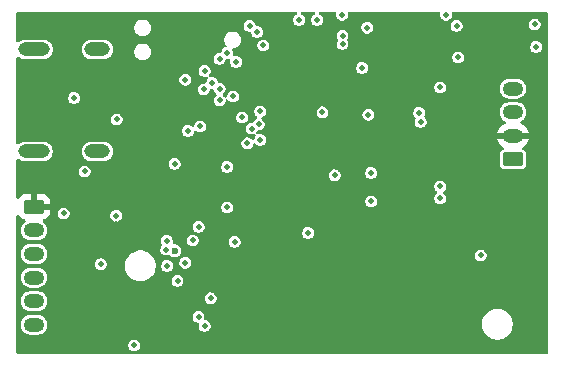
<source format=gbr>
%TF.GenerationSoftware,KiCad,Pcbnew,9.0.5-9.0.5~ubuntu24.04.1*%
%TF.CreationDate,2025-10-22T19:45:32-05:00*%
%TF.ProjectId,can_distance_sensor,63616e5f-6469-4737-9461-6e63655f7365,rev?*%
%TF.SameCoordinates,Original*%
%TF.FileFunction,Copper,L2,Inr*%
%TF.FilePolarity,Positive*%
%FSLAX46Y46*%
G04 Gerber Fmt 4.6, Leading zero omitted, Abs format (unit mm)*
G04 Created by KiCad (PCBNEW 9.0.5-9.0.5~ubuntu24.04.1) date 2025-10-22 19:45:32*
%MOMM*%
%LPD*%
G01*
G04 APERTURE LIST*
G04 Aperture macros list*
%AMRoundRect*
0 Rectangle with rounded corners*
0 $1 Rounding radius*
0 $2 $3 $4 $5 $6 $7 $8 $9 X,Y pos of 4 corners*
0 Add a 4 corners polygon primitive as box body*
4,1,4,$2,$3,$4,$5,$6,$7,$8,$9,$2,$3,0*
0 Add four circle primitives for the rounded corners*
1,1,$1+$1,$2,$3*
1,1,$1+$1,$4,$5*
1,1,$1+$1,$6,$7*
1,1,$1+$1,$8,$9*
0 Add four rect primitives between the rounded corners*
20,1,$1+$1,$2,$3,$4,$5,0*
20,1,$1+$1,$4,$5,$6,$7,0*
20,1,$1+$1,$6,$7,$8,$9,0*
20,1,$1+$1,$8,$9,$2,$3,0*%
G04 Aperture macros list end*
%TA.AperFunction,ComponentPad*%
%ADD10RoundRect,0.250000X0.625000X-0.350000X0.625000X0.350000X-0.625000X0.350000X-0.625000X-0.350000X0*%
%TD*%
%TA.AperFunction,ComponentPad*%
%ADD11O,1.750000X1.200000*%
%TD*%
%TA.AperFunction,ComponentPad*%
%ADD12RoundRect,0.250000X-0.625000X0.350000X-0.625000X-0.350000X0.625000X-0.350000X0.625000X0.350000X0*%
%TD*%
%TA.AperFunction,WasherPad*%
%ADD13O,2.159000X1.168400*%
%TD*%
%TA.AperFunction,WasherPad*%
%ADD14O,2.667000X1.168400*%
%TD*%
%TA.AperFunction,ViaPad*%
%ADD15C,0.600000*%
%TD*%
%TA.AperFunction,ViaPad*%
%ADD16C,0.500000*%
%TD*%
G04 APERTURE END LIST*
D10*
%TO.N,VIN*%
%TO.C,J3*%
X212550000Y-103000000D03*
D11*
%TO.N,GND*%
X212550000Y-101000000D03*
%TO.N,Net-(J3-Pin_3)*%
X212550000Y-99000000D03*
%TO.N,Net-(J3-Pin_4)*%
X212550000Y-97000000D03*
%TD*%
D12*
%TO.N,GND*%
%TO.C,J4*%
X172000000Y-107000000D03*
D11*
%TO.N,TB_CLK*%
X172000000Y-109000000D03*
%TO.N,TB_MOSI*%
X172000000Y-111000000D03*
%TO.N,TB_CS*%
X172000000Y-113000000D03*
%TO.N,TB_ABS*%
X172000000Y-115000000D03*
%TO.N,Net-(J4-Pin_6)*%
X172000000Y-117000000D03*
%TD*%
D13*
%TO.N,*%
%TO.C,J5*%
X177360700Y-93679998D03*
D14*
X172000700Y-93679998D03*
D13*
X177360700Y-102320002D03*
D14*
X172000700Y-102320002D03*
%TD*%
D15*
%TO.N,GND*%
X204470000Y-107696000D03*
X203454000Y-105918000D03*
X213995000Y-111252000D03*
X207780000Y-105918000D03*
X202184000Y-97586800D03*
X209169000Y-95758000D03*
X172720000Y-95885000D03*
X172720000Y-99568000D03*
X176276000Y-116840000D03*
X181991000Y-106807000D03*
X188468000Y-114554000D03*
X194310000Y-113792000D03*
X204851000Y-118123000D03*
X206883000Y-118123000D03*
X202438000Y-118110000D03*
X204851000Y-115837000D03*
X206883000Y-115837000D03*
X202438000Y-115824000D03*
X206883000Y-113678000D03*
X204851000Y-113678000D03*
X202438000Y-113665000D03*
X198247000Y-115189000D03*
D16*
%TO.N,3V3*%
X199771000Y-95250000D03*
X185435000Y-109860500D03*
X188976000Y-109982000D03*
X206375000Y-96901000D03*
X206375000Y-105283000D03*
X200304400Y-99212400D03*
X187706000Y-94488000D03*
X206375000Y-106299000D03*
X214376000Y-91567000D03*
X178947284Y-107753837D03*
X200202800Y-91846400D03*
X214503000Y-93472000D03*
X190410890Y-100383309D03*
%TO.N,GND*%
X200787000Y-103380500D03*
X199141500Y-104775000D03*
X212344000Y-113233200D03*
X182499000Y-94488000D03*
X201168000Y-93929200D03*
X186182000Y-91313000D03*
X202266513Y-98803500D03*
X201422000Y-100965000D03*
X182626000Y-114681000D03*
X194734800Y-94742000D03*
X205181200Y-90750000D03*
X194734800Y-94742000D03*
X197866000Y-118237000D03*
X194734800Y-94742000D03*
X209143600Y-107391200D03*
D15*
X190246000Y-109347000D03*
D16*
X192786000Y-107188000D03*
X179070000Y-94996000D03*
X198501000Y-94478500D03*
X194734800Y-94742000D03*
X179324000Y-101092000D03*
X188595000Y-118999000D03*
X184912000Y-94488000D03*
X197449500Y-108230199D03*
X183319162Y-104788691D03*
D15*
X190246000Y-114300000D03*
D16*
X194734800Y-94742000D03*
X187706000Y-113284000D03*
X178181000Y-112649000D03*
X194734800Y-94742000D03*
X195326000Y-105029000D03*
X189369000Y-105029000D03*
X203090828Y-98803500D03*
X208127600Y-99822000D03*
X199034400Y-117805200D03*
X179070000Y-98298000D03*
X194734800Y-94742000D03*
X192024000Y-107188000D03*
X178904007Y-108452500D03*
X186055000Y-101981000D03*
X180213000Y-117729000D03*
X191135000Y-107188000D03*
X195834000Y-110109000D03*
X203835000Y-101600000D03*
%TO.N,BOOT*%
X204724000Y-99822000D03*
X184794834Y-111735035D03*
X185039000Y-100584000D03*
X184802194Y-96248806D03*
X187706000Y-97005500D03*
%TO.N,VCC*%
X176276000Y-104013000D03*
X195199000Y-109220000D03*
X200533000Y-106553000D03*
X183896000Y-103378000D03*
X200533000Y-104140000D03*
D15*
X183916566Y-110744000D03*
D16*
%TO.N,+12V*%
X184144500Y-113284000D03*
X209804000Y-111125000D03*
%TO.N,VIN_MEAS*%
X185922500Y-116328015D03*
X198114500Y-93218000D03*
%TO.N,LED1*%
X207899000Y-94361000D03*
X198114500Y-92517997D03*
%TO.N,LED2*%
X191394500Y-93345000D03*
X207772000Y-91694000D03*
%TO.N,TB_MOSI*%
X196410300Y-99008000D03*
%TO.N,SWDIO*%
X187071000Y-96520000D03*
%TO.N,NRST*%
X198069200Y-90750000D03*
%TO.N,TB_CLK*%
X183261000Y-112014000D03*
X191135000Y-98933000D03*
X183175111Y-110631092D03*
%TO.N,TB_CS*%
X189103000Y-94742000D03*
X183250883Y-109886573D03*
X189611000Y-99441000D03*
X188849000Y-97663000D03*
X177648999Y-111862999D03*
%TO.N,Net-(R2-Pad2)*%
X204597000Y-99060000D03*
%TO.N,DM*%
X186354600Y-97073600D03*
X186436000Y-95504000D03*
%TO.N,2V8*%
X186952000Y-114764000D03*
%TO.N,TOF_INT*%
X188341000Y-103632000D03*
X190251500Y-91699500D03*
%TO.N,TOF_XSHUT*%
X188341000Y-107061000D03*
X190881000Y-92202000D03*
%TO.N,TOF_SCL*%
X188341000Y-93980000D03*
X187714000Y-98000000D03*
%TO.N,TOF_SDA*%
X194437000Y-91186000D03*
X186049500Y-100203000D03*
%TO.N,CAN_STB*%
X195961000Y-91186000D03*
X206883000Y-90750000D03*
%TO.N,TOF_SDA_2V8*%
X190053687Y-101629513D03*
X191135000Y-101346000D03*
%TO.N,Net-(J5-D--PadA7)*%
X178988000Y-99613000D03*
X175387000Y-97790000D03*
%TO.N,Net-(J4-Pin_6)*%
X174498000Y-107569000D03*
%TO.N,TB_ABS*%
X180467000Y-118745000D03*
X197449500Y-104345153D03*
X186436000Y-117094000D03*
X185928000Y-108712000D03*
X191014137Y-100028208D03*
%TD*%
%TA.AperFunction,Conductor*%
%TO.N,GND*%
G36*
X194227584Y-90520185D02*
G01*
X194273339Y-90572989D01*
X194283283Y-90642147D01*
X194254258Y-90705703D01*
X194222546Y-90731887D01*
X194129686Y-90785500D01*
X194129683Y-90785502D01*
X194036502Y-90878683D01*
X194036500Y-90878686D01*
X193970608Y-90992812D01*
X193953325Y-91057314D01*
X193936500Y-91120108D01*
X193936500Y-91251892D01*
X193949123Y-91299002D01*
X193970608Y-91379187D01*
X193985771Y-91405449D01*
X194036500Y-91493314D01*
X194129686Y-91586500D01*
X194243814Y-91652392D01*
X194371108Y-91686500D01*
X194371110Y-91686500D01*
X194502890Y-91686500D01*
X194502892Y-91686500D01*
X194630186Y-91652392D01*
X194744314Y-91586500D01*
X194837500Y-91493314D01*
X194903392Y-91379186D01*
X194937500Y-91251892D01*
X194937500Y-91120108D01*
X194903392Y-90992814D01*
X194837500Y-90878686D01*
X194744314Y-90785500D01*
X194651454Y-90731887D01*
X194603239Y-90681319D01*
X194590017Y-90612712D01*
X194615985Y-90547848D01*
X194672899Y-90507320D01*
X194713455Y-90500500D01*
X195684545Y-90500500D01*
X195751584Y-90520185D01*
X195797339Y-90572989D01*
X195807283Y-90642147D01*
X195778258Y-90705703D01*
X195746546Y-90731887D01*
X195653686Y-90785500D01*
X195653683Y-90785502D01*
X195560502Y-90878683D01*
X195560500Y-90878686D01*
X195494608Y-90992812D01*
X195477325Y-91057314D01*
X195460500Y-91120108D01*
X195460500Y-91251892D01*
X195473123Y-91299002D01*
X195494608Y-91379187D01*
X195509771Y-91405449D01*
X195560500Y-91493314D01*
X195653686Y-91586500D01*
X195767814Y-91652392D01*
X195895108Y-91686500D01*
X195895110Y-91686500D01*
X196026890Y-91686500D01*
X196026892Y-91686500D01*
X196154186Y-91652392D01*
X196268314Y-91586500D01*
X196361500Y-91493314D01*
X196427392Y-91379186D01*
X196461500Y-91251892D01*
X196461500Y-91120108D01*
X196427392Y-90992814D01*
X196361500Y-90878686D01*
X196268314Y-90785500D01*
X196175454Y-90731887D01*
X196127239Y-90681319D01*
X196114017Y-90612712D01*
X196139985Y-90547848D01*
X196196899Y-90507320D01*
X196237455Y-90500500D01*
X197456298Y-90500500D01*
X197523337Y-90520185D01*
X197569092Y-90572989D01*
X197579036Y-90642147D01*
X197576073Y-90656593D01*
X197568700Y-90684108D01*
X197568700Y-90815891D01*
X197602808Y-90943187D01*
X197631460Y-90992812D01*
X197668700Y-91057314D01*
X197761886Y-91150500D01*
X197876014Y-91216392D01*
X198003308Y-91250500D01*
X198003310Y-91250500D01*
X198135090Y-91250500D01*
X198135092Y-91250500D01*
X198262386Y-91216392D01*
X198376514Y-91150500D01*
X198469700Y-91057314D01*
X198535592Y-90943186D01*
X198569700Y-90815892D01*
X198569700Y-90684108D01*
X198562327Y-90656591D01*
X198563990Y-90586744D01*
X198603152Y-90528881D01*
X198667381Y-90501377D01*
X198682102Y-90500500D01*
X206270098Y-90500500D01*
X206337137Y-90520185D01*
X206382892Y-90572989D01*
X206392836Y-90642147D01*
X206389873Y-90656593D01*
X206382500Y-90684108D01*
X206382500Y-90815891D01*
X206416608Y-90943187D01*
X206445260Y-90992812D01*
X206482500Y-91057314D01*
X206575686Y-91150500D01*
X206689814Y-91216392D01*
X206817108Y-91250500D01*
X206817110Y-91250500D01*
X206948890Y-91250500D01*
X206948892Y-91250500D01*
X207076186Y-91216392D01*
X207190314Y-91150500D01*
X207283500Y-91057314D01*
X207349392Y-90943186D01*
X207383500Y-90815892D01*
X207383500Y-90684108D01*
X207376127Y-90656591D01*
X207377790Y-90586744D01*
X207416952Y-90528881D01*
X207481181Y-90501377D01*
X207495902Y-90500500D01*
X215375500Y-90500500D01*
X215442539Y-90520185D01*
X215488294Y-90572989D01*
X215499500Y-90624500D01*
X215499500Y-119375500D01*
X215479815Y-119442539D01*
X215427011Y-119488294D01*
X215375500Y-119499500D01*
X170624500Y-119499500D01*
X170557461Y-119479815D01*
X170511706Y-119427011D01*
X170500500Y-119375500D01*
X170500500Y-118679108D01*
X179966500Y-118679108D01*
X179966500Y-118810891D01*
X180000608Y-118938187D01*
X180033554Y-118995250D01*
X180066500Y-119052314D01*
X180159686Y-119145500D01*
X180273814Y-119211392D01*
X180401108Y-119245500D01*
X180401110Y-119245500D01*
X180532890Y-119245500D01*
X180532892Y-119245500D01*
X180660186Y-119211392D01*
X180774314Y-119145500D01*
X180867500Y-119052314D01*
X180933392Y-118938186D01*
X180967500Y-118810892D01*
X180967500Y-118679108D01*
X180933392Y-118551814D01*
X180867500Y-118437686D01*
X180774314Y-118344500D01*
X180717250Y-118311554D01*
X180660187Y-118278608D01*
X180577677Y-118256500D01*
X180532892Y-118244500D01*
X180401108Y-118244500D01*
X180273812Y-118278608D01*
X180159686Y-118344500D01*
X180159683Y-118344502D01*
X180066502Y-118437683D01*
X180066500Y-118437686D01*
X180000608Y-118551812D01*
X179966500Y-118679108D01*
X170500500Y-118679108D01*
X170500500Y-116916228D01*
X170874500Y-116916228D01*
X170874500Y-117083771D01*
X170907182Y-117248074D01*
X170907184Y-117248082D01*
X170971295Y-117402860D01*
X171064373Y-117542162D01*
X171182837Y-117660626D01*
X171275494Y-117722537D01*
X171322137Y-117753703D01*
X171476918Y-117817816D01*
X171641228Y-117850499D01*
X171641232Y-117850500D01*
X171641233Y-117850500D01*
X172358768Y-117850500D01*
X172358769Y-117850499D01*
X172523082Y-117817816D01*
X172677863Y-117753703D01*
X172817162Y-117660626D01*
X172935626Y-117542162D01*
X173028703Y-117402863D01*
X173092816Y-117248082D01*
X173125500Y-117083767D01*
X173125500Y-116916233D01*
X173092816Y-116751918D01*
X173028703Y-116597137D01*
X172959313Y-116493288D01*
X172935626Y-116457837D01*
X172817162Y-116339373D01*
X172701548Y-116262123D01*
X185422000Y-116262123D01*
X185422000Y-116393907D01*
X185434519Y-116440630D01*
X185456108Y-116521202D01*
X185476277Y-116556135D01*
X185522000Y-116635329D01*
X185615186Y-116728515D01*
X185729314Y-116794407D01*
X185856608Y-116828515D01*
X185856610Y-116828515D01*
X185860338Y-116829514D01*
X185919999Y-116865879D01*
X185950528Y-116928726D01*
X185948020Y-116981381D01*
X185935500Y-117028106D01*
X185935500Y-117159891D01*
X185969608Y-117287187D01*
X186002554Y-117344250D01*
X186035500Y-117401314D01*
X186128686Y-117494500D01*
X186242814Y-117560392D01*
X186370108Y-117594500D01*
X186370110Y-117594500D01*
X186501890Y-117594500D01*
X186501892Y-117594500D01*
X186629186Y-117560392D01*
X186743314Y-117494500D01*
X186836500Y-117401314D01*
X186902392Y-117287186D01*
X186936500Y-117159892D01*
X186936500Y-117028108D01*
X186902392Y-116900814D01*
X186875161Y-116853648D01*
X209929500Y-116853648D01*
X209929500Y-117058351D01*
X209961522Y-117260534D01*
X210024781Y-117455223D01*
X210117715Y-117637613D01*
X210238028Y-117803213D01*
X210382786Y-117947971D01*
X210537749Y-118060556D01*
X210548390Y-118068287D01*
X210664607Y-118127503D01*
X210730776Y-118161218D01*
X210730778Y-118161218D01*
X210730781Y-118161220D01*
X210835137Y-118195127D01*
X210925465Y-118224477D01*
X211026557Y-118240488D01*
X211127648Y-118256500D01*
X211127649Y-118256500D01*
X211332351Y-118256500D01*
X211332352Y-118256500D01*
X211534534Y-118224477D01*
X211729219Y-118161220D01*
X211911610Y-118068287D01*
X212004590Y-118000732D01*
X212077213Y-117947971D01*
X212077215Y-117947968D01*
X212077219Y-117947966D01*
X212221966Y-117803219D01*
X212221968Y-117803215D01*
X212221971Y-117803213D01*
X212274732Y-117730590D01*
X212342287Y-117637610D01*
X212435220Y-117455219D01*
X212498477Y-117260534D01*
X212530500Y-117058352D01*
X212530500Y-116853648D01*
X212498477Y-116651465D01*
X212435218Y-116456776D01*
X212375398Y-116339374D01*
X212342287Y-116274390D01*
X212333375Y-116262123D01*
X212221971Y-116108786D01*
X212077213Y-115964028D01*
X211911613Y-115843715D01*
X211911612Y-115843714D01*
X211911610Y-115843713D01*
X211854653Y-115814691D01*
X211729223Y-115750781D01*
X211534534Y-115687522D01*
X211359995Y-115659878D01*
X211332352Y-115655500D01*
X211127648Y-115655500D01*
X211103329Y-115659351D01*
X210925465Y-115687522D01*
X210730776Y-115750781D01*
X210548386Y-115843715D01*
X210382786Y-115964028D01*
X210238028Y-116108786D01*
X210117715Y-116274386D01*
X210024781Y-116456776D01*
X209961522Y-116651465D01*
X209929500Y-116853648D01*
X186875161Y-116853648D01*
X186836500Y-116786686D01*
X186743314Y-116693500D01*
X186629186Y-116627608D01*
X186501892Y-116593500D01*
X186498160Y-116592500D01*
X186438500Y-116556135D01*
X186407971Y-116493288D01*
X186410479Y-116440633D01*
X186423000Y-116393907D01*
X186423000Y-116262123D01*
X186388892Y-116134829D01*
X186323000Y-116020701D01*
X186229814Y-115927515D01*
X186172750Y-115894569D01*
X186115687Y-115861623D01*
X186048844Y-115843713D01*
X185988392Y-115827515D01*
X185856608Y-115827515D01*
X185729312Y-115861623D01*
X185615186Y-115927515D01*
X185615183Y-115927517D01*
X185522002Y-116020698D01*
X185522000Y-116020701D01*
X185456108Y-116134827D01*
X185422000Y-116262123D01*
X172701548Y-116262123D01*
X172677860Y-116246295D01*
X172523082Y-116182184D01*
X172523074Y-116182182D01*
X172358771Y-116149500D01*
X172358767Y-116149500D01*
X171641233Y-116149500D01*
X171641228Y-116149500D01*
X171476925Y-116182182D01*
X171476917Y-116182184D01*
X171322139Y-116246295D01*
X171182837Y-116339373D01*
X171064373Y-116457837D01*
X170971295Y-116597139D01*
X170907184Y-116751917D01*
X170907182Y-116751925D01*
X170874500Y-116916228D01*
X170500500Y-116916228D01*
X170500500Y-114916228D01*
X170874500Y-114916228D01*
X170874500Y-115083771D01*
X170907182Y-115248074D01*
X170907184Y-115248082D01*
X170971295Y-115402860D01*
X171064373Y-115542162D01*
X171182837Y-115660626D01*
X171275494Y-115722537D01*
X171322137Y-115753703D01*
X171476918Y-115817816D01*
X171641228Y-115850499D01*
X171641232Y-115850500D01*
X171641233Y-115850500D01*
X172358768Y-115850500D01*
X172358769Y-115850499D01*
X172523082Y-115817816D01*
X172677863Y-115753703D01*
X172817162Y-115660626D01*
X172935626Y-115542162D01*
X173028703Y-115402863D01*
X173092816Y-115248082D01*
X173125500Y-115083767D01*
X173125500Y-114916233D01*
X173092816Y-114751918D01*
X173070527Y-114698108D01*
X186451500Y-114698108D01*
X186451500Y-114829891D01*
X186485608Y-114957187D01*
X186518554Y-115014250D01*
X186551500Y-115071314D01*
X186644686Y-115164500D01*
X186758814Y-115230392D01*
X186886108Y-115264500D01*
X186886110Y-115264500D01*
X187017890Y-115264500D01*
X187017892Y-115264500D01*
X187145186Y-115230392D01*
X187259314Y-115164500D01*
X187352500Y-115071314D01*
X187418392Y-114957186D01*
X187452500Y-114829892D01*
X187452500Y-114698108D01*
X187418392Y-114570814D01*
X187352500Y-114456686D01*
X187259314Y-114363500D01*
X187202250Y-114330554D01*
X187145187Y-114297608D01*
X187081539Y-114280554D01*
X187017892Y-114263500D01*
X186886108Y-114263500D01*
X186758812Y-114297608D01*
X186644686Y-114363500D01*
X186644683Y-114363502D01*
X186551502Y-114456683D01*
X186551500Y-114456686D01*
X186485608Y-114570812D01*
X186451500Y-114698108D01*
X173070527Y-114698108D01*
X173028704Y-114597139D01*
X173028704Y-114597138D01*
X172935626Y-114457837D01*
X172817162Y-114339373D01*
X172677860Y-114246295D01*
X172523082Y-114182184D01*
X172523074Y-114182182D01*
X172358771Y-114149500D01*
X172358767Y-114149500D01*
X171641233Y-114149500D01*
X171641228Y-114149500D01*
X171476925Y-114182182D01*
X171476917Y-114182184D01*
X171322139Y-114246295D01*
X171182837Y-114339373D01*
X171064373Y-114457837D01*
X170971295Y-114597139D01*
X170907184Y-114751917D01*
X170907182Y-114751925D01*
X170874500Y-114916228D01*
X170500500Y-114916228D01*
X170500500Y-112916228D01*
X170874500Y-112916228D01*
X170874500Y-113083771D01*
X170907182Y-113248074D01*
X170907184Y-113248082D01*
X170971295Y-113402860D01*
X171064373Y-113542162D01*
X171182837Y-113660626D01*
X171275494Y-113722537D01*
X171322137Y-113753703D01*
X171476918Y-113817816D01*
X171641228Y-113850499D01*
X171641232Y-113850500D01*
X171641233Y-113850500D01*
X172358768Y-113850500D01*
X172358769Y-113850499D01*
X172523082Y-113817816D01*
X172677863Y-113753703D01*
X172817162Y-113660626D01*
X172935626Y-113542162D01*
X173028703Y-113402863D01*
X173092816Y-113248082D01*
X173125500Y-113083767D01*
X173125500Y-112916233D01*
X173092816Y-112751918D01*
X173028703Y-112597137D01*
X172997537Y-112550494D01*
X172935626Y-112457837D01*
X172817162Y-112339373D01*
X172677860Y-112246295D01*
X172523082Y-112182184D01*
X172523074Y-112182182D01*
X172358771Y-112149500D01*
X172358767Y-112149500D01*
X171641233Y-112149500D01*
X171641228Y-112149500D01*
X171476925Y-112182182D01*
X171476917Y-112182184D01*
X171322139Y-112246295D01*
X171182837Y-112339373D01*
X171064373Y-112457837D01*
X170971295Y-112597139D01*
X170907184Y-112751917D01*
X170907182Y-112751925D01*
X170874500Y-112916228D01*
X170500500Y-112916228D01*
X170500500Y-110916228D01*
X170874500Y-110916228D01*
X170874500Y-111083771D01*
X170907182Y-111248074D01*
X170907184Y-111248082D01*
X170971295Y-111402860D01*
X171064373Y-111542162D01*
X171182837Y-111660626D01*
X171251767Y-111706683D01*
X171322137Y-111753703D01*
X171476918Y-111817816D01*
X171641228Y-111850499D01*
X171641232Y-111850500D01*
X171641233Y-111850500D01*
X172358768Y-111850500D01*
X172358769Y-111850499D01*
X172523082Y-111817816D01*
X172573077Y-111797107D01*
X177148499Y-111797107D01*
X177148499Y-111928890D01*
X177182607Y-112056186D01*
X177215553Y-112113249D01*
X177248499Y-112170313D01*
X177341685Y-112263499D01*
X177455813Y-112329391D01*
X177583107Y-112363499D01*
X177583109Y-112363499D01*
X177714889Y-112363499D01*
X177714891Y-112363499D01*
X177842185Y-112329391D01*
X177956313Y-112263499D01*
X178049499Y-112170313D01*
X178115391Y-112056185D01*
X178149499Y-111928891D01*
X178149499Y-111897648D01*
X179699500Y-111897648D01*
X179699500Y-112102351D01*
X179731522Y-112304534D01*
X179794781Y-112499223D01*
X179887715Y-112681613D01*
X180008028Y-112847213D01*
X180152786Y-112991971D01*
X180307749Y-113104556D01*
X180318390Y-113112287D01*
X180434607Y-113171503D01*
X180500776Y-113205218D01*
X180500778Y-113205218D01*
X180500781Y-113205220D01*
X180605137Y-113239127D01*
X180695465Y-113268477D01*
X180796557Y-113284488D01*
X180897648Y-113300500D01*
X180897649Y-113300500D01*
X181102351Y-113300500D01*
X181102352Y-113300500D01*
X181304534Y-113268477D01*
X181459554Y-113218108D01*
X183644000Y-113218108D01*
X183644000Y-113349891D01*
X183678108Y-113477187D01*
X183711054Y-113534250D01*
X183744000Y-113591314D01*
X183837186Y-113684500D01*
X183951314Y-113750392D01*
X184078608Y-113784500D01*
X184078610Y-113784500D01*
X184210390Y-113784500D01*
X184210392Y-113784500D01*
X184337686Y-113750392D01*
X184451814Y-113684500D01*
X184545000Y-113591314D01*
X184610892Y-113477186D01*
X184645000Y-113349892D01*
X184645000Y-113218108D01*
X184610892Y-113090814D01*
X184545000Y-112976686D01*
X184451814Y-112883500D01*
X184388963Y-112847213D01*
X184337687Y-112817608D01*
X184274039Y-112800554D01*
X184210392Y-112783500D01*
X184078608Y-112783500D01*
X183951312Y-112817608D01*
X183837186Y-112883500D01*
X183837183Y-112883502D01*
X183744002Y-112976683D01*
X183744000Y-112976686D01*
X183678108Y-113090812D01*
X183644000Y-113218108D01*
X181459554Y-113218108D01*
X181499219Y-113205220D01*
X181681610Y-113112287D01*
X181683635Y-113110815D01*
X181685225Y-113109661D01*
X181685226Y-113109660D01*
X181847212Y-112991971D01*
X181847210Y-112991971D01*
X181847219Y-112991966D01*
X181991966Y-112847219D01*
X181991968Y-112847215D01*
X181991971Y-112847213D01*
X182044732Y-112774590D01*
X182112287Y-112681610D01*
X182205220Y-112499219D01*
X182268477Y-112304534D01*
X182300500Y-112102352D01*
X182300500Y-111948108D01*
X182760500Y-111948108D01*
X182760500Y-112079891D01*
X182794608Y-112207187D01*
X182817189Y-112246297D01*
X182860500Y-112321314D01*
X182953686Y-112414500D01*
X183067814Y-112480392D01*
X183195108Y-112514500D01*
X183195110Y-112514500D01*
X183326890Y-112514500D01*
X183326892Y-112514500D01*
X183454186Y-112480392D01*
X183568314Y-112414500D01*
X183661500Y-112321314D01*
X183727392Y-112207186D01*
X183761500Y-112079892D01*
X183761500Y-111948108D01*
X183727392Y-111820814D01*
X183661500Y-111706686D01*
X183623957Y-111669143D01*
X184294334Y-111669143D01*
X184294334Y-111800927D01*
X184298860Y-111817817D01*
X184328442Y-111928222D01*
X184339925Y-111948110D01*
X184394334Y-112042349D01*
X184487520Y-112135535D01*
X184601648Y-112201427D01*
X184728942Y-112235535D01*
X184728944Y-112235535D01*
X184860724Y-112235535D01*
X184860726Y-112235535D01*
X184988020Y-112201427D01*
X185102148Y-112135535D01*
X185195334Y-112042349D01*
X185261226Y-111928221D01*
X185295334Y-111800927D01*
X185295334Y-111669143D01*
X185261226Y-111541849D01*
X185195334Y-111427721D01*
X185102148Y-111334535D01*
X185032806Y-111294500D01*
X184988021Y-111268643D01*
X184924373Y-111251589D01*
X184860726Y-111234535D01*
X184728942Y-111234535D01*
X184601646Y-111268643D01*
X184487520Y-111334535D01*
X184487517Y-111334537D01*
X184394336Y-111427718D01*
X184394334Y-111427721D01*
X184328442Y-111541847D01*
X184315167Y-111591391D01*
X184294334Y-111669143D01*
X183623957Y-111669143D01*
X183568314Y-111613500D01*
X183468171Y-111555682D01*
X183454187Y-111547608D01*
X183371666Y-111525497D01*
X183326892Y-111513500D01*
X183195108Y-111513500D01*
X183067812Y-111547608D01*
X182953686Y-111613500D01*
X182953683Y-111613502D01*
X182860502Y-111706683D01*
X182860500Y-111706686D01*
X182794608Y-111820812D01*
X182760500Y-111948108D01*
X182300500Y-111948108D01*
X182300500Y-111897648D01*
X182293032Y-111850499D01*
X182268477Y-111695465D01*
X182220435Y-111547608D01*
X182205220Y-111500781D01*
X182205218Y-111500778D01*
X182205218Y-111500776D01*
X182155328Y-111402863D01*
X182112287Y-111318390D01*
X182076144Y-111268643D01*
X181991971Y-111152786D01*
X181847213Y-111008028D01*
X181681613Y-110887715D01*
X181681612Y-110887714D01*
X181681610Y-110887713D01*
X181624653Y-110858691D01*
X181499223Y-110794781D01*
X181304534Y-110731522D01*
X181129995Y-110703878D01*
X181102352Y-110699500D01*
X180897648Y-110699500D01*
X180873329Y-110703351D01*
X180695465Y-110731522D01*
X180500776Y-110794781D01*
X180318386Y-110887715D01*
X180152786Y-111008028D01*
X180008028Y-111152786D01*
X179887715Y-111318386D01*
X179794781Y-111500776D01*
X179731522Y-111695465D01*
X179699500Y-111897648D01*
X178149499Y-111897648D01*
X178149499Y-111797107D01*
X178115391Y-111669813D01*
X178049499Y-111555685D01*
X177956313Y-111462499D01*
X177853021Y-111402863D01*
X177842186Y-111396607D01*
X177778538Y-111379553D01*
X177714891Y-111362499D01*
X177583107Y-111362499D01*
X177455811Y-111396607D01*
X177341685Y-111462499D01*
X177341682Y-111462501D01*
X177248501Y-111555682D01*
X177248499Y-111555685D01*
X177182607Y-111669811D01*
X177148499Y-111797107D01*
X172573077Y-111797107D01*
X172677863Y-111753703D01*
X172817162Y-111660626D01*
X172935626Y-111542162D01*
X173028703Y-111402863D01*
X173092816Y-111248082D01*
X173125500Y-111083767D01*
X173125500Y-110916233D01*
X173092816Y-110751918D01*
X173031763Y-110604524D01*
X173028706Y-110597143D01*
X173028704Y-110597139D01*
X173007363Y-110565200D01*
X182674611Y-110565200D01*
X182674611Y-110696984D01*
X182683865Y-110731522D01*
X182708719Y-110824279D01*
X182741665Y-110881342D01*
X182774611Y-110938406D01*
X182867797Y-111031592D01*
X182966632Y-111088655D01*
X182981921Y-111097482D01*
X182981925Y-111097484D01*
X183109219Y-111131592D01*
X183109221Y-111131592D01*
X183241001Y-111131592D01*
X183241003Y-111131592D01*
X183368297Y-111097484D01*
X183368304Y-111097479D01*
X183375811Y-111094372D01*
X183376837Y-111096849D01*
X183431889Y-111083479D01*
X183497921Y-111106314D01*
X183513701Y-111119659D01*
X183578551Y-111184509D01*
X183578552Y-111184510D01*
X183578554Y-111184511D01*
X183704077Y-111256982D01*
X183704078Y-111256982D01*
X183704081Y-111256984D01*
X183844091Y-111294500D01*
X183844094Y-111294500D01*
X183989038Y-111294500D01*
X183989041Y-111294500D01*
X184129051Y-111256984D01*
X184254581Y-111184509D01*
X184357075Y-111082015D01*
X184370300Y-111059108D01*
X209303500Y-111059108D01*
X209303500Y-111190891D01*
X209337608Y-111318187D01*
X209347047Y-111334535D01*
X209403500Y-111432314D01*
X209496686Y-111525500D01*
X209610814Y-111591392D01*
X209738108Y-111625500D01*
X209738110Y-111625500D01*
X209869890Y-111625500D01*
X209869892Y-111625500D01*
X209997186Y-111591392D01*
X210111314Y-111525500D01*
X210204500Y-111432314D01*
X210270392Y-111318186D01*
X210304500Y-111190892D01*
X210304500Y-111059108D01*
X210270392Y-110931814D01*
X210204500Y-110817686D01*
X210111314Y-110724500D01*
X210054250Y-110691554D01*
X209997187Y-110658608D01*
X209933539Y-110641554D01*
X209869892Y-110624500D01*
X209738108Y-110624500D01*
X209610812Y-110658608D01*
X209496686Y-110724500D01*
X209496683Y-110724502D01*
X209403502Y-110817683D01*
X209403500Y-110817686D01*
X209337608Y-110931812D01*
X209303500Y-111059108D01*
X184370300Y-111059108D01*
X184429550Y-110956485D01*
X184467066Y-110816475D01*
X184467066Y-110671525D01*
X184429550Y-110531515D01*
X184387012Y-110457838D01*
X184357077Y-110405988D01*
X184357072Y-110405982D01*
X184254583Y-110303493D01*
X184254577Y-110303488D01*
X184129054Y-110231017D01*
X184129055Y-110231017D01*
X184101113Y-110223530D01*
X183989041Y-110193500D01*
X183848398Y-110193500D01*
X183781359Y-110173815D01*
X183735604Y-110121011D01*
X183725660Y-110051853D01*
X183728623Y-110037407D01*
X183751383Y-109952465D01*
X183751383Y-109820681D01*
X183744397Y-109794608D01*
X184934500Y-109794608D01*
X184934500Y-109926391D01*
X184968608Y-110053687D01*
X184983661Y-110079759D01*
X185034500Y-110167814D01*
X185127686Y-110261000D01*
X185241814Y-110326892D01*
X185369108Y-110361000D01*
X185369110Y-110361000D01*
X185500890Y-110361000D01*
X185500892Y-110361000D01*
X185628186Y-110326892D01*
X185742314Y-110261000D01*
X185835500Y-110167814D01*
X185901392Y-110053686D01*
X185935500Y-109926392D01*
X185935500Y-109916108D01*
X188475500Y-109916108D01*
X188475500Y-110047892D01*
X188492554Y-110111539D01*
X188509608Y-110175187D01*
X188520405Y-110193887D01*
X188575500Y-110289314D01*
X188668686Y-110382500D01*
X188782814Y-110448392D01*
X188910108Y-110482500D01*
X188910110Y-110482500D01*
X189041890Y-110482500D01*
X189041892Y-110482500D01*
X189169186Y-110448392D01*
X189283314Y-110382500D01*
X189376500Y-110289314D01*
X189442392Y-110175186D01*
X189476500Y-110047892D01*
X189476500Y-109916108D01*
X189442392Y-109788814D01*
X189376500Y-109674686D01*
X189283314Y-109581500D01*
X189189465Y-109527316D01*
X189169187Y-109515608D01*
X189058966Y-109486075D01*
X189041892Y-109481500D01*
X188910108Y-109481500D01*
X188782812Y-109515608D01*
X188668686Y-109581500D01*
X188668683Y-109581502D01*
X188575502Y-109674683D01*
X188575500Y-109674686D01*
X188509608Y-109788812D01*
X188493079Y-109850500D01*
X188475500Y-109916108D01*
X185935500Y-109916108D01*
X185935500Y-109794608D01*
X185901392Y-109667314D01*
X185835500Y-109553186D01*
X185742314Y-109460000D01*
X185628186Y-109394108D01*
X185605075Y-109387915D01*
X185605074Y-109387915D01*
X185558433Y-109375418D01*
X185500892Y-109360000D01*
X185369108Y-109360000D01*
X185241812Y-109394108D01*
X185127686Y-109460000D01*
X185127683Y-109460002D01*
X185034502Y-109553183D01*
X185034500Y-109553186D01*
X184968608Y-109667312D01*
X184934500Y-109794608D01*
X183744397Y-109794608D01*
X183717275Y-109693387D01*
X183713236Y-109686392D01*
X183702222Y-109667314D01*
X183651383Y-109579259D01*
X183558197Y-109486073D01*
X183501133Y-109453127D01*
X183444070Y-109420181D01*
X183346762Y-109394108D01*
X183316775Y-109386073D01*
X183184991Y-109386073D01*
X183057695Y-109420181D01*
X182943569Y-109486073D01*
X182943566Y-109486075D01*
X182850385Y-109579256D01*
X182850383Y-109579259D01*
X182784491Y-109693385D01*
X182768329Y-109753704D01*
X182750383Y-109820681D01*
X182750383Y-109952465D01*
X182777505Y-110053687D01*
X182784492Y-110079761D01*
X182784492Y-110079762D01*
X182822617Y-110145796D01*
X182839090Y-110213696D01*
X182816238Y-110279723D01*
X182802913Y-110295476D01*
X182774611Y-110323778D01*
X182708719Y-110437904D01*
X182703378Y-110457838D01*
X182674611Y-110565200D01*
X173007363Y-110565200D01*
X172935626Y-110457837D01*
X172817162Y-110339373D01*
X172677860Y-110246295D01*
X172523082Y-110182184D01*
X172523074Y-110182182D01*
X172358771Y-110149500D01*
X172358767Y-110149500D01*
X171641233Y-110149500D01*
X171641228Y-110149500D01*
X171476925Y-110182182D01*
X171476917Y-110182184D01*
X171322139Y-110246295D01*
X171182837Y-110339373D01*
X171064373Y-110457837D01*
X170971295Y-110597139D01*
X170907184Y-110751917D01*
X170907182Y-110751925D01*
X170874500Y-110916228D01*
X170500500Y-110916228D01*
X170500500Y-107798090D01*
X170520185Y-107731051D01*
X170572989Y-107685296D01*
X170642147Y-107675352D01*
X170705703Y-107704377D01*
X170730039Y-107732994D01*
X170782682Y-107818343D01*
X170906654Y-107942315D01*
X171055875Y-108034356D01*
X171055882Y-108034359D01*
X171205015Y-108083776D01*
X171262460Y-108123548D01*
X171289284Y-108188064D01*
X171276969Y-108256840D01*
X171234904Y-108304583D01*
X171182840Y-108339371D01*
X171182834Y-108339376D01*
X171064373Y-108457837D01*
X170971295Y-108597139D01*
X170907184Y-108751917D01*
X170907182Y-108751925D01*
X170874500Y-108916228D01*
X170874500Y-109083771D01*
X170907182Y-109248074D01*
X170907184Y-109248082D01*
X170971295Y-109402860D01*
X171064373Y-109542162D01*
X171182837Y-109660626D01*
X171221399Y-109686392D01*
X171322137Y-109753703D01*
X171476918Y-109817816D01*
X171641228Y-109850499D01*
X171641232Y-109850500D01*
X171641233Y-109850500D01*
X172358768Y-109850500D01*
X172358769Y-109850499D01*
X172523082Y-109817816D01*
X172677863Y-109753703D01*
X172817162Y-109660626D01*
X172935626Y-109542162D01*
X173028703Y-109402863D01*
X173092816Y-109248082D01*
X173125500Y-109083767D01*
X173125500Y-108916233D01*
X173092816Y-108751918D01*
X173048988Y-108646108D01*
X185427500Y-108646108D01*
X185427500Y-108777891D01*
X185461608Y-108905187D01*
X185465936Y-108912683D01*
X185527500Y-109019314D01*
X185620686Y-109112500D01*
X185734814Y-109178392D01*
X185862108Y-109212500D01*
X185862111Y-109212500D01*
X185993890Y-109212500D01*
X185993892Y-109212500D01*
X186121186Y-109178392D01*
X186163247Y-109154108D01*
X194698500Y-109154108D01*
X194698500Y-109285891D01*
X194732608Y-109413187D01*
X194759636Y-109460000D01*
X194798500Y-109527314D01*
X194891686Y-109620500D01*
X195005814Y-109686392D01*
X195133108Y-109720500D01*
X195133110Y-109720500D01*
X195264890Y-109720500D01*
X195264892Y-109720500D01*
X195392186Y-109686392D01*
X195506314Y-109620500D01*
X195599500Y-109527314D01*
X195665392Y-109413186D01*
X195699500Y-109285892D01*
X195699500Y-109154108D01*
X195665392Y-109026814D01*
X195599500Y-108912686D01*
X195506314Y-108819500D01*
X195434247Y-108777892D01*
X195392187Y-108753608D01*
X195328539Y-108736554D01*
X195264892Y-108719500D01*
X195133108Y-108719500D01*
X195005812Y-108753608D01*
X194891686Y-108819500D01*
X194891683Y-108819502D01*
X194798502Y-108912683D01*
X194798500Y-108912686D01*
X194732608Y-109026812D01*
X194698500Y-109154108D01*
X186163247Y-109154108D01*
X186235314Y-109112500D01*
X186328500Y-109019314D01*
X186394392Y-108905186D01*
X186428500Y-108777892D01*
X186428500Y-108646108D01*
X186394392Y-108518814D01*
X186328500Y-108404686D01*
X186235314Y-108311500D01*
X186178250Y-108278554D01*
X186121187Y-108245608D01*
X186026469Y-108220229D01*
X185993892Y-108211500D01*
X185862108Y-108211500D01*
X185734812Y-108245608D01*
X185620686Y-108311500D01*
X185620683Y-108311502D01*
X185527502Y-108404683D01*
X185527500Y-108404686D01*
X185461608Y-108518812D01*
X185427500Y-108646108D01*
X173048988Y-108646108D01*
X173028703Y-108597137D01*
X172976368Y-108518812D01*
X172935626Y-108457837D01*
X172817165Y-108339376D01*
X172817161Y-108339373D01*
X172765097Y-108304585D01*
X172720292Y-108250973D01*
X172711585Y-108181648D01*
X172741739Y-108118621D01*
X172794984Y-108083777D01*
X172944119Y-108034358D01*
X172944124Y-108034356D01*
X173093345Y-107942315D01*
X173217315Y-107818345D01*
X173309356Y-107669124D01*
X173309358Y-107669119D01*
X173364369Y-107503108D01*
X173997500Y-107503108D01*
X173997500Y-107634892D01*
X174000939Y-107647725D01*
X174031608Y-107762187D01*
X174052337Y-107798090D01*
X174097500Y-107876314D01*
X174190686Y-107969500D01*
X174289521Y-108026563D01*
X174303019Y-108034356D01*
X174304814Y-108035392D01*
X174432108Y-108069500D01*
X174432110Y-108069500D01*
X174563890Y-108069500D01*
X174563892Y-108069500D01*
X174691186Y-108035392D01*
X174805314Y-107969500D01*
X174898500Y-107876314D01*
X174964392Y-107762186D01*
X174984285Y-107687945D01*
X178446784Y-107687945D01*
X178446784Y-107819729D01*
X178461946Y-107876314D01*
X178480892Y-107947024D01*
X178493869Y-107969500D01*
X178546784Y-108061151D01*
X178639970Y-108154337D01*
X178754098Y-108220229D01*
X178881392Y-108254337D01*
X178881394Y-108254337D01*
X179013174Y-108254337D01*
X179013176Y-108254337D01*
X179140470Y-108220229D01*
X179254598Y-108154337D01*
X179347784Y-108061151D01*
X179413676Y-107947023D01*
X179447784Y-107819729D01*
X179447784Y-107687945D01*
X179413676Y-107560651D01*
X179347784Y-107446523D01*
X179254598Y-107353337D01*
X179162346Y-107300075D01*
X179140471Y-107287445D01*
X179044335Y-107261686D01*
X179013176Y-107253337D01*
X178881392Y-107253337D01*
X178754096Y-107287445D01*
X178639970Y-107353337D01*
X178639967Y-107353339D01*
X178546786Y-107446520D01*
X178546784Y-107446523D01*
X178480892Y-107560649D01*
X178460999Y-107634892D01*
X178446784Y-107687945D01*
X174984285Y-107687945D01*
X174998500Y-107634892D01*
X174998500Y-107503108D01*
X174964392Y-107375814D01*
X174898500Y-107261686D01*
X174805314Y-107168500D01*
X174733247Y-107126892D01*
X174691187Y-107102608D01*
X174627539Y-107085554D01*
X174563892Y-107068500D01*
X174432108Y-107068500D01*
X174304812Y-107102608D01*
X174190686Y-107168500D01*
X174190683Y-107168502D01*
X174097502Y-107261683D01*
X174097500Y-107261686D01*
X174031608Y-107375812D01*
X173997612Y-107502689D01*
X173997500Y-107503108D01*
X173364369Y-107503108D01*
X173364505Y-107502697D01*
X173364506Y-107502689D01*
X173366582Y-107482378D01*
X173374999Y-107399986D01*
X173375000Y-107399973D01*
X173375000Y-107250000D01*
X172280330Y-107250000D01*
X172300075Y-107230255D01*
X172349444Y-107144745D01*
X172375000Y-107049370D01*
X172375000Y-106995108D01*
X187840500Y-106995108D01*
X187840500Y-107126891D01*
X187874608Y-107254187D01*
X187878936Y-107261683D01*
X187940500Y-107368314D01*
X188033686Y-107461500D01*
X188147814Y-107527392D01*
X188275108Y-107561500D01*
X188275110Y-107561500D01*
X188406890Y-107561500D01*
X188406892Y-107561500D01*
X188534186Y-107527392D01*
X188648314Y-107461500D01*
X188741500Y-107368314D01*
X188807392Y-107254186D01*
X188841500Y-107126892D01*
X188841500Y-106995108D01*
X188807392Y-106867814D01*
X188741500Y-106753686D01*
X188648314Y-106660500D01*
X188576247Y-106618892D01*
X188534187Y-106594608D01*
X188470539Y-106577554D01*
X188406892Y-106560500D01*
X188275108Y-106560500D01*
X188147812Y-106594608D01*
X188033686Y-106660500D01*
X188033683Y-106660502D01*
X187940502Y-106753683D01*
X187940500Y-106753686D01*
X187874608Y-106867812D01*
X187840500Y-106995108D01*
X172375000Y-106995108D01*
X172375000Y-106950630D01*
X172349444Y-106855255D01*
X172300075Y-106769745D01*
X172280330Y-106750000D01*
X173374999Y-106750000D01*
X173374999Y-106600028D01*
X173374998Y-106600013D01*
X173364505Y-106497302D01*
X173361127Y-106487108D01*
X200032500Y-106487108D01*
X200032500Y-106618891D01*
X200066608Y-106746187D01*
X200097388Y-106799499D01*
X200132500Y-106860314D01*
X200225686Y-106953500D01*
X200339814Y-107019392D01*
X200467108Y-107053500D01*
X200467110Y-107053500D01*
X200598890Y-107053500D01*
X200598892Y-107053500D01*
X200726186Y-107019392D01*
X200840314Y-106953500D01*
X200933500Y-106860314D01*
X200999392Y-106746186D01*
X201033500Y-106618892D01*
X201033500Y-106487108D01*
X200999392Y-106359814D01*
X200933500Y-106245686D01*
X200840314Y-106152500D01*
X200759452Y-106105814D01*
X200726187Y-106086608D01*
X200662539Y-106069554D01*
X200598892Y-106052500D01*
X200467108Y-106052500D01*
X200339812Y-106086608D01*
X200225686Y-106152500D01*
X200225683Y-106152502D01*
X200132502Y-106245683D01*
X200132500Y-106245686D01*
X200066608Y-106359812D01*
X200032500Y-106487108D01*
X173361127Y-106487108D01*
X173309358Y-106330880D01*
X173309356Y-106330875D01*
X173217315Y-106181654D01*
X173093345Y-106057684D01*
X172944124Y-105965643D01*
X172944119Y-105965641D01*
X172777697Y-105910494D01*
X172777690Y-105910493D01*
X172674986Y-105900000D01*
X172250000Y-105900000D01*
X172250000Y-106719670D01*
X172230255Y-106699925D01*
X172144745Y-106650556D01*
X172049370Y-106625000D01*
X171950630Y-106625000D01*
X171855255Y-106650556D01*
X171769745Y-106699925D01*
X171750000Y-106719670D01*
X171750000Y-105900000D01*
X171325028Y-105900000D01*
X171325012Y-105900001D01*
X171222302Y-105910494D01*
X171055880Y-105965641D01*
X171055875Y-105965643D01*
X170906654Y-106057684D01*
X170782684Y-106181654D01*
X170730039Y-106267006D01*
X170678091Y-106313730D01*
X170609128Y-106324953D01*
X170545046Y-106297109D01*
X170506190Y-106239040D01*
X170500500Y-106201909D01*
X170500500Y-105217108D01*
X205874500Y-105217108D01*
X205874500Y-105348891D01*
X205908608Y-105476187D01*
X205941554Y-105533250D01*
X205974500Y-105590314D01*
X206067686Y-105683500D01*
X206067689Y-105683501D01*
X206067692Y-105683504D01*
X206067886Y-105683616D01*
X206068016Y-105683753D01*
X206074135Y-105688448D01*
X206073402Y-105689402D01*
X206116099Y-105734185D01*
X206129319Y-105802793D01*
X206103348Y-105867656D01*
X206073866Y-105893201D01*
X206074135Y-105893552D01*
X206068257Y-105898062D01*
X206067886Y-105898384D01*
X206067692Y-105898495D01*
X206067683Y-105898502D01*
X205974502Y-105991683D01*
X205974500Y-105991686D01*
X205908608Y-106105812D01*
X205874500Y-106233108D01*
X205874500Y-106364891D01*
X205908608Y-106492187D01*
X205941554Y-106549250D01*
X205974500Y-106606314D01*
X206067686Y-106699500D01*
X206181814Y-106765392D01*
X206309108Y-106799500D01*
X206309110Y-106799500D01*
X206440890Y-106799500D01*
X206440892Y-106799500D01*
X206568186Y-106765392D01*
X206682314Y-106699500D01*
X206775500Y-106606314D01*
X206841392Y-106492186D01*
X206875500Y-106364892D01*
X206875500Y-106233108D01*
X206841392Y-106105814D01*
X206775500Y-105991686D01*
X206682314Y-105898500D01*
X206682117Y-105898386D01*
X206681987Y-105898250D01*
X206675865Y-105893552D01*
X206676597Y-105892597D01*
X206633903Y-105847822D01*
X206620679Y-105779215D01*
X206646646Y-105714350D01*
X206676133Y-105688798D01*
X206675865Y-105688448D01*
X206681746Y-105683935D01*
X206682116Y-105683613D01*
X206682314Y-105683500D01*
X206775500Y-105590314D01*
X206841392Y-105476186D01*
X206875500Y-105348892D01*
X206875500Y-105217108D01*
X206841392Y-105089814D01*
X206775500Y-104975686D01*
X206682314Y-104882500D01*
X206618492Y-104845652D01*
X206568187Y-104816608D01*
X206504539Y-104799554D01*
X206440892Y-104782500D01*
X206309108Y-104782500D01*
X206181812Y-104816608D01*
X206067686Y-104882500D01*
X206067683Y-104882502D01*
X205974502Y-104975683D01*
X205974500Y-104975686D01*
X205908608Y-105089812D01*
X205874500Y-105217108D01*
X170500500Y-105217108D01*
X170500500Y-103947108D01*
X175775500Y-103947108D01*
X175775500Y-104078891D01*
X175809608Y-104206187D01*
X175811309Y-104209133D01*
X175875500Y-104320314D01*
X175968686Y-104413500D01*
X176082814Y-104479392D01*
X176210108Y-104513500D01*
X176210110Y-104513500D01*
X176341890Y-104513500D01*
X176341892Y-104513500D01*
X176469186Y-104479392D01*
X176583314Y-104413500D01*
X176676500Y-104320314D01*
X176700202Y-104279261D01*
X196949000Y-104279261D01*
X196949000Y-104411044D01*
X196983108Y-104538340D01*
X197016054Y-104595403D01*
X197049000Y-104652467D01*
X197142186Y-104745653D01*
X197256314Y-104811545D01*
X197383608Y-104845653D01*
X197383610Y-104845653D01*
X197515390Y-104845653D01*
X197515392Y-104845653D01*
X197642686Y-104811545D01*
X197756814Y-104745653D01*
X197850000Y-104652467D01*
X197915892Y-104538339D01*
X197950000Y-104411045D01*
X197950000Y-104279261D01*
X197915892Y-104151967D01*
X197873702Y-104078892D01*
X197870940Y-104074108D01*
X200032500Y-104074108D01*
X200032500Y-104205892D01*
X200049554Y-104269539D01*
X200066608Y-104333187D01*
X200099554Y-104390250D01*
X200132500Y-104447314D01*
X200225686Y-104540500D01*
X200339814Y-104606392D01*
X200467108Y-104640500D01*
X200467110Y-104640500D01*
X200598890Y-104640500D01*
X200598892Y-104640500D01*
X200726186Y-104606392D01*
X200840314Y-104540500D01*
X200933500Y-104447314D01*
X200999392Y-104333186D01*
X201033500Y-104205892D01*
X201033500Y-104074108D01*
X200999392Y-103946814D01*
X200998145Y-103944655D01*
X200960101Y-103878761D01*
X200933500Y-103832686D01*
X200840314Y-103739500D01*
X200768247Y-103697892D01*
X200726187Y-103673608D01*
X200662539Y-103656554D01*
X200598892Y-103639500D01*
X200467108Y-103639500D01*
X200339812Y-103673608D01*
X200225686Y-103739500D01*
X200225683Y-103739502D01*
X200132502Y-103832683D01*
X200132500Y-103832686D01*
X200066608Y-103946812D01*
X200043649Y-104032499D01*
X200032500Y-104074108D01*
X197870940Y-104074108D01*
X197850002Y-104037842D01*
X197849997Y-104037836D01*
X197756816Y-103944655D01*
X197756814Y-103944653D01*
X197699750Y-103911707D01*
X197642687Y-103878761D01*
X197579039Y-103861707D01*
X197515392Y-103844653D01*
X197383608Y-103844653D01*
X197256312Y-103878761D01*
X197142186Y-103944653D01*
X197142183Y-103944655D01*
X197049002Y-104037836D01*
X197049000Y-104037839D01*
X196983108Y-104151965D01*
X196949000Y-104279261D01*
X176700202Y-104279261D01*
X176742392Y-104206186D01*
X176776500Y-104078892D01*
X176776500Y-103947108D01*
X176742392Y-103819814D01*
X176676500Y-103705686D01*
X176583314Y-103612500D01*
X176511756Y-103571186D01*
X176469187Y-103546608D01*
X176391857Y-103525888D01*
X176341892Y-103512500D01*
X176210108Y-103512500D01*
X176082812Y-103546608D01*
X175968686Y-103612500D01*
X175968683Y-103612502D01*
X175875502Y-103705683D01*
X175875500Y-103705686D01*
X175809608Y-103819812D01*
X175775500Y-103947108D01*
X170500500Y-103947108D01*
X170500500Y-103312108D01*
X183395500Y-103312108D01*
X183395500Y-103443892D01*
X183399142Y-103457483D01*
X183429608Y-103571187D01*
X183441814Y-103592328D01*
X183495500Y-103685314D01*
X183588686Y-103778500D01*
X183682539Y-103832686D01*
X183702292Y-103844091D01*
X183702814Y-103844392D01*
X183830108Y-103878500D01*
X183830110Y-103878500D01*
X183961890Y-103878500D01*
X183961892Y-103878500D01*
X184089186Y-103844392D01*
X184203314Y-103778500D01*
X184296500Y-103685314D01*
X184362392Y-103571186D01*
X184363753Y-103566108D01*
X187840500Y-103566108D01*
X187840500Y-103697892D01*
X187843086Y-103707544D01*
X187874608Y-103825187D01*
X187889223Y-103850500D01*
X187940500Y-103939314D01*
X188033686Y-104032500D01*
X188147814Y-104098392D01*
X188275108Y-104132500D01*
X188275110Y-104132500D01*
X188406890Y-104132500D01*
X188406892Y-104132500D01*
X188534186Y-104098392D01*
X188648314Y-104032500D01*
X188741500Y-103939314D01*
X188807392Y-103825186D01*
X188841500Y-103697892D01*
X188841500Y-103566108D01*
X188807392Y-103438814D01*
X188741500Y-103324686D01*
X188648314Y-103231500D01*
X188567452Y-103184814D01*
X188534187Y-103165608D01*
X188470539Y-103148554D01*
X188406892Y-103131500D01*
X188275108Y-103131500D01*
X188147812Y-103165608D01*
X188033686Y-103231500D01*
X188033683Y-103231502D01*
X187940502Y-103324683D01*
X187940500Y-103324686D01*
X187874608Y-103438812D01*
X187854864Y-103512500D01*
X187840500Y-103566108D01*
X184363753Y-103566108D01*
X184396500Y-103443892D01*
X184396500Y-103312108D01*
X184362392Y-103184814D01*
X184296500Y-103070686D01*
X184203314Y-102977500D01*
X184146250Y-102944554D01*
X184089187Y-102911608D01*
X184025539Y-102894554D01*
X183961892Y-102877500D01*
X183830108Y-102877500D01*
X183702812Y-102911608D01*
X183588686Y-102977500D01*
X183588683Y-102977502D01*
X183495502Y-103070683D01*
X183495500Y-103070686D01*
X183429608Y-103184812D01*
X183417098Y-103231502D01*
X183395500Y-103312108D01*
X170500500Y-103312108D01*
X170500500Y-103048909D01*
X170520185Y-102981870D01*
X170572989Y-102936115D01*
X170642147Y-102926171D01*
X170705703Y-102955196D01*
X170712181Y-102961228D01*
X170719306Y-102968353D01*
X170719310Y-102968356D01*
X170856014Y-103059700D01*
X170856027Y-103059707D01*
X170969950Y-103106894D01*
X171007927Y-103122625D01*
X171007929Y-103122625D01*
X171007934Y-103122627D01*
X171169184Y-103154701D01*
X171169187Y-103154702D01*
X171169189Y-103154702D01*
X172832213Y-103154702D01*
X172832214Y-103154701D01*
X172885965Y-103144009D01*
X172993465Y-103122627D01*
X172993468Y-103122625D01*
X172993473Y-103122625D01*
X173145379Y-103059704D01*
X173282090Y-102968356D01*
X173398354Y-102852092D01*
X173489702Y-102715381D01*
X173552623Y-102563475D01*
X173584700Y-102402213D01*
X173584700Y-102237791D01*
X173584700Y-102237788D01*
X173584699Y-102237786D01*
X176030700Y-102237786D01*
X176030700Y-102402217D01*
X176062774Y-102563467D01*
X176062777Y-102563476D01*
X176125694Y-102715374D01*
X176125701Y-102715387D01*
X176217045Y-102852091D01*
X176217048Y-102852095D01*
X176333306Y-102968353D01*
X176333310Y-102968356D01*
X176470014Y-103059700D01*
X176470027Y-103059707D01*
X176583950Y-103106894D01*
X176621927Y-103122625D01*
X176621929Y-103122625D01*
X176621934Y-103122627D01*
X176783184Y-103154701D01*
X176783187Y-103154702D01*
X176783189Y-103154702D01*
X177938213Y-103154702D01*
X177938214Y-103154701D01*
X177991965Y-103144009D01*
X178099465Y-103122627D01*
X178099468Y-103122625D01*
X178099473Y-103122625D01*
X178251379Y-103059704D01*
X178388090Y-102968356D01*
X178504354Y-102852092D01*
X178595702Y-102715381D01*
X178658623Y-102563475D01*
X178690700Y-102402213D01*
X178690700Y-102237791D01*
X178690700Y-102237788D01*
X178690699Y-102237786D01*
X178658625Y-102076536D01*
X178658622Y-102076527D01*
X178595705Y-101924629D01*
X178595698Y-101924616D01*
X178504354Y-101787912D01*
X178504351Y-101787908D01*
X178388093Y-101671650D01*
X178388089Y-101671647D01*
X178251385Y-101580303D01*
X178251372Y-101580296D01*
X178211114Y-101563621D01*
X189553187Y-101563621D01*
X189553187Y-101695405D01*
X189566878Y-101746500D01*
X189587295Y-101822700D01*
X189620241Y-101879763D01*
X189653187Y-101936827D01*
X189746373Y-102030013D01*
X189860501Y-102095905D01*
X189987795Y-102130013D01*
X189987797Y-102130013D01*
X190119577Y-102130013D01*
X190119579Y-102130013D01*
X190246873Y-102095905D01*
X190361001Y-102030013D01*
X190454187Y-101936827D01*
X190520079Y-101822699D01*
X190545599Y-101727452D01*
X190581962Y-101667796D01*
X190644809Y-101637266D01*
X190714185Y-101645560D01*
X190753054Y-101671868D01*
X190827686Y-101746500D01*
X190941814Y-101812392D01*
X191069108Y-101846500D01*
X191069110Y-101846500D01*
X191200890Y-101846500D01*
X191200892Y-101846500D01*
X191328186Y-101812392D01*
X191442314Y-101746500D01*
X191535500Y-101653314D01*
X191601392Y-101539186D01*
X191635500Y-101411892D01*
X191635500Y-101280108D01*
X191601392Y-101152814D01*
X191535500Y-101038686D01*
X191442314Y-100945500D01*
X191396727Y-100919180D01*
X191353897Y-100894452D01*
X191353896Y-100894452D01*
X191348464Y-100891316D01*
X191328186Y-100879608D01*
X191200892Y-100845500D01*
X191069108Y-100845500D01*
X190947602Y-100878057D01*
X190925462Y-100877529D01*
X190903721Y-100881720D01*
X190891218Y-100876714D01*
X190877752Y-100876394D01*
X190859412Y-100863981D01*
X190838857Y-100855752D01*
X190831044Y-100844780D01*
X190819890Y-100837231D01*
X190811173Y-100816875D01*
X190798329Y-100798838D01*
X190797688Y-100785384D01*
X190792386Y-100773002D01*
X190796058Y-100751164D01*
X190796003Y-100749999D01*
X211200884Y-100749999D01*
X211200885Y-100750000D01*
X212269670Y-100750000D01*
X212249925Y-100769745D01*
X212200556Y-100855255D01*
X212175000Y-100950630D01*
X212175000Y-101049370D01*
X212200556Y-101144745D01*
X212249925Y-101230255D01*
X212269670Y-101250000D01*
X211200885Y-101250000D01*
X211202085Y-101257584D01*
X211255591Y-101422255D01*
X211334195Y-101576524D01*
X211435967Y-101716602D01*
X211558397Y-101839032D01*
X211698475Y-101940804D01*
X211741162Y-101962554D01*
X211791958Y-102010529D01*
X211808753Y-102078350D01*
X211786216Y-102144485D01*
X211731501Y-102187936D01*
X211728201Y-102189221D01*
X211682670Y-102206203D01*
X211682664Y-102206206D01*
X211567455Y-102292452D01*
X211567452Y-102292455D01*
X211481206Y-102407664D01*
X211481202Y-102407671D01*
X211430908Y-102542517D01*
X211424501Y-102602116D01*
X211424501Y-102602123D01*
X211424500Y-102602135D01*
X211424500Y-103397870D01*
X211424501Y-103397876D01*
X211430908Y-103457483D01*
X211481202Y-103592328D01*
X211481206Y-103592335D01*
X211567452Y-103707544D01*
X211567455Y-103707547D01*
X211682664Y-103793793D01*
X211682671Y-103793797D01*
X211817517Y-103844091D01*
X211817516Y-103844091D01*
X211822744Y-103844653D01*
X211877127Y-103850500D01*
X213222872Y-103850499D01*
X213282483Y-103844091D01*
X213417331Y-103793796D01*
X213532546Y-103707546D01*
X213618796Y-103592331D01*
X213669091Y-103457483D01*
X213675500Y-103397873D01*
X213675499Y-102602128D01*
X213669091Y-102542517D01*
X213618796Y-102407669D01*
X213618795Y-102407668D01*
X213618793Y-102407664D01*
X213532547Y-102292455D01*
X213532544Y-102292452D01*
X213417335Y-102206206D01*
X213417330Y-102206203D01*
X213371798Y-102189221D01*
X213315865Y-102147349D01*
X213291448Y-102081885D01*
X213306300Y-102013612D01*
X213355705Y-101964207D01*
X213358838Y-101962554D01*
X213401522Y-101940805D01*
X213541602Y-101839032D01*
X213664032Y-101716602D01*
X213765804Y-101576524D01*
X213844408Y-101422255D01*
X213897914Y-101257584D01*
X213899115Y-101250000D01*
X212830330Y-101250000D01*
X212850075Y-101230255D01*
X212899444Y-101144745D01*
X212925000Y-101049370D01*
X212925000Y-100950630D01*
X212899444Y-100855255D01*
X212850075Y-100769745D01*
X212830330Y-100750000D01*
X213899115Y-100750000D01*
X213899115Y-100749999D01*
X213897914Y-100742415D01*
X213844408Y-100577744D01*
X213765804Y-100423475D01*
X213664032Y-100283397D01*
X213541602Y-100160967D01*
X213401524Y-100059195D01*
X213247251Y-99980588D01*
X213242760Y-99978729D01*
X213243256Y-99977529D01*
X213190493Y-99941435D01*
X213163307Y-99877071D01*
X213175236Y-99808227D01*
X213222490Y-99756761D01*
X213227807Y-99753739D01*
X213227857Y-99753705D01*
X213227863Y-99753703D01*
X213367162Y-99660626D01*
X213485626Y-99542162D01*
X213578703Y-99402863D01*
X213642816Y-99248082D01*
X213675500Y-99083767D01*
X213675500Y-98916233D01*
X213642816Y-98751918D01*
X213593227Y-98632201D01*
X213578704Y-98597139D01*
X213485626Y-98457837D01*
X213367162Y-98339373D01*
X213227860Y-98246295D01*
X213073082Y-98182184D01*
X213073074Y-98182182D01*
X212908771Y-98149500D01*
X212908767Y-98149500D01*
X212191233Y-98149500D01*
X212191228Y-98149500D01*
X212026925Y-98182182D01*
X212026917Y-98182184D01*
X211872139Y-98246295D01*
X211732837Y-98339373D01*
X211614373Y-98457837D01*
X211521295Y-98597139D01*
X211457184Y-98751917D01*
X211457182Y-98751925D01*
X211424500Y-98916228D01*
X211424500Y-99083771D01*
X211457182Y-99248074D01*
X211457184Y-99248082D01*
X211521295Y-99402860D01*
X211614373Y-99542162D01*
X211732837Y-99660626D01*
X211811070Y-99712899D01*
X211864073Y-99748315D01*
X211877202Y-99757087D01*
X211876526Y-99758097D01*
X211921795Y-99802566D01*
X211937255Y-99870703D01*
X211913423Y-99936383D01*
X211857865Y-99978752D01*
X211853191Y-99980405D01*
X211852748Y-99980588D01*
X211698475Y-100059195D01*
X211558397Y-100160967D01*
X211435967Y-100283397D01*
X211334195Y-100423475D01*
X211255591Y-100577744D01*
X211202085Y-100742415D01*
X211200884Y-100749999D01*
X190796003Y-100749999D01*
X190795005Y-100729047D01*
X190803234Y-100708488D01*
X190803973Y-100704100D01*
X190808122Y-100696281D01*
X190811388Y-100690625D01*
X190811390Y-100690623D01*
X190869077Y-100590705D01*
X190919644Y-100542492D01*
X190976463Y-100528708D01*
X191080027Y-100528708D01*
X191080029Y-100528708D01*
X191207323Y-100494600D01*
X191321451Y-100428708D01*
X191414637Y-100335522D01*
X191480529Y-100221394D01*
X191514637Y-100094100D01*
X191514637Y-99962316D01*
X191480529Y-99835022D01*
X191414637Y-99720894D01*
X191321451Y-99627708D01*
X191317559Y-99625461D01*
X191311761Y-99622113D01*
X191263547Y-99571544D01*
X191250327Y-99502937D01*
X191276297Y-99438073D01*
X191321400Y-99403894D01*
X191321147Y-99403456D01*
X191324643Y-99401437D01*
X191326329Y-99400160D01*
X191328172Y-99399395D01*
X191328186Y-99399392D01*
X191442314Y-99333500D01*
X191535500Y-99240314D01*
X191601392Y-99126186D01*
X191635500Y-98998892D01*
X191635500Y-98942108D01*
X195909800Y-98942108D01*
X195909800Y-99073892D01*
X195920145Y-99112500D01*
X195943908Y-99201187D01*
X195970829Y-99247814D01*
X196009800Y-99315314D01*
X196102986Y-99408500D01*
X196217114Y-99474392D01*
X196344408Y-99508500D01*
X196344410Y-99508500D01*
X196476190Y-99508500D01*
X196476192Y-99508500D01*
X196603486Y-99474392D01*
X196717614Y-99408500D01*
X196810800Y-99315314D01*
X196876692Y-99201186D01*
X196891343Y-99146508D01*
X199803900Y-99146508D01*
X199803900Y-99278292D01*
X199814136Y-99316494D01*
X199838008Y-99405587D01*
X199856764Y-99438073D01*
X199903900Y-99519714D01*
X199997086Y-99612900D01*
X200111214Y-99678792D01*
X200238508Y-99712900D01*
X200238510Y-99712900D01*
X200370290Y-99712900D01*
X200370292Y-99712900D01*
X200497586Y-99678792D01*
X200611714Y-99612900D01*
X200704900Y-99519714D01*
X200770792Y-99405586D01*
X200804900Y-99278292D01*
X200804900Y-99146508D01*
X200770792Y-99019214D01*
X200756297Y-98994108D01*
X204096500Y-98994108D01*
X204096500Y-99125892D01*
X204102024Y-99146508D01*
X204130608Y-99253187D01*
X204145102Y-99278290D01*
X204196500Y-99367314D01*
X204196502Y-99367316D01*
X204263676Y-99434490D01*
X204297161Y-99495813D01*
X204292177Y-99565505D01*
X204283382Y-99584171D01*
X204257609Y-99628810D01*
X204257609Y-99628811D01*
X204257609Y-99628812D01*
X204257608Y-99628814D01*
X204223500Y-99756108D01*
X204223500Y-99887892D01*
X204232187Y-99920313D01*
X204257608Y-100015187D01*
X204283017Y-100059195D01*
X204323500Y-100129314D01*
X204416686Y-100222500D01*
X204530814Y-100288392D01*
X204658108Y-100322500D01*
X204658110Y-100322500D01*
X204789890Y-100322500D01*
X204789892Y-100322500D01*
X204917186Y-100288392D01*
X205031314Y-100222500D01*
X205124500Y-100129314D01*
X205190392Y-100015186D01*
X205224500Y-99887892D01*
X205224500Y-99756108D01*
X205190392Y-99628814D01*
X205189753Y-99627708D01*
X205153840Y-99565505D01*
X205124500Y-99514686D01*
X205057323Y-99447509D01*
X205023838Y-99386186D01*
X205028822Y-99316494D01*
X205037613Y-99297835D01*
X205063392Y-99253186D01*
X205097500Y-99125892D01*
X205097500Y-98994108D01*
X205063392Y-98866814D01*
X204997500Y-98752686D01*
X204904314Y-98659500D01*
X204845741Y-98625683D01*
X204790187Y-98593608D01*
X204726539Y-98576554D01*
X204662892Y-98559500D01*
X204531108Y-98559500D01*
X204403812Y-98593608D01*
X204289686Y-98659500D01*
X204289683Y-98659502D01*
X204196502Y-98752683D01*
X204196500Y-98752686D01*
X204130608Y-98866812D01*
X204101725Y-98974608D01*
X204096500Y-98994108D01*
X200756297Y-98994108D01*
X200704900Y-98905086D01*
X200611714Y-98811900D01*
X200509153Y-98752686D01*
X200497587Y-98746008D01*
X200433939Y-98728954D01*
X200370292Y-98711900D01*
X200238508Y-98711900D01*
X200111212Y-98746008D01*
X199997086Y-98811900D01*
X199997083Y-98811902D01*
X199903902Y-98905083D01*
X199903900Y-98905086D01*
X199838008Y-99019212D01*
X199809424Y-99125891D01*
X199803900Y-99146508D01*
X196891343Y-99146508D01*
X196910800Y-99073892D01*
X196910800Y-98942108D01*
X196876692Y-98814814D01*
X196810800Y-98700686D01*
X196717614Y-98607500D01*
X196634476Y-98559500D01*
X196603487Y-98541608D01*
X196539839Y-98524554D01*
X196476192Y-98507500D01*
X196344408Y-98507500D01*
X196217112Y-98541608D01*
X196102986Y-98607500D01*
X196102983Y-98607502D01*
X196009802Y-98700683D01*
X196009800Y-98700686D01*
X195943908Y-98814812D01*
X195929896Y-98867108D01*
X195909800Y-98942108D01*
X191635500Y-98942108D01*
X191635500Y-98867108D01*
X191601392Y-98739814D01*
X191535500Y-98625686D01*
X191442314Y-98532500D01*
X191385250Y-98499554D01*
X191328187Y-98466608D01*
X191264539Y-98449554D01*
X191200892Y-98432500D01*
X191069108Y-98432500D01*
X190941812Y-98466608D01*
X190827686Y-98532500D01*
X190827683Y-98532502D01*
X190734502Y-98625683D01*
X190734500Y-98625686D01*
X190668608Y-98739812D01*
X190634500Y-98867108D01*
X190634500Y-98998891D01*
X190668608Y-99126187D01*
X190701554Y-99183250D01*
X190734500Y-99240314D01*
X190827686Y-99333500D01*
X190835347Y-99337923D01*
X190837373Y-99339093D01*
X190885588Y-99389661D01*
X190898809Y-99458268D01*
X190872840Y-99523132D01*
X190827737Y-99557315D01*
X190827990Y-99557752D01*
X190824512Y-99559759D01*
X190822822Y-99561041D01*
X190820951Y-99561815D01*
X190706823Y-99627708D01*
X190706820Y-99627710D01*
X190613639Y-99720891D01*
X190613637Y-99720894D01*
X190555950Y-99820810D01*
X190505382Y-99869025D01*
X190448563Y-99882809D01*
X190344998Y-99882809D01*
X190217704Y-99916917D01*
X190217703Y-99916917D01*
X190217701Y-99916918D01*
X190217700Y-99916918D01*
X190155882Y-99952608D01*
X190155874Y-99952614D01*
X190103576Y-99982809D01*
X190021087Y-100065297D01*
X190021075Y-100065308D01*
X190010393Y-100075990D01*
X190010390Y-100075995D01*
X189944498Y-100190121D01*
X189910390Y-100317417D01*
X189910390Y-100449200D01*
X189944498Y-100576496D01*
X189960089Y-100603499D01*
X190010390Y-100690623D01*
X190103576Y-100783809D01*
X190196105Y-100837231D01*
X190209180Y-100844780D01*
X190217704Y-100849701D01*
X190344998Y-100883809D01*
X190345000Y-100883809D01*
X190476779Y-100883809D01*
X190476782Y-100883809D01*
X190598290Y-100851251D01*
X190668136Y-100852914D01*
X190725999Y-100892076D01*
X190753503Y-100956304D01*
X190741917Y-101025207D01*
X190737767Y-101033026D01*
X190668609Y-101152810D01*
X190643088Y-101248057D01*
X190606723Y-101307717D01*
X190543876Y-101338246D01*
X190474500Y-101329951D01*
X190435632Y-101303644D01*
X190361003Y-101229015D01*
X190361001Y-101229013D01*
X190303937Y-101196067D01*
X190246874Y-101163121D01*
X190178292Y-101144745D01*
X190119579Y-101129013D01*
X189987795Y-101129013D01*
X189860499Y-101163121D01*
X189746373Y-101229013D01*
X189746370Y-101229015D01*
X189653189Y-101322196D01*
X189653187Y-101322199D01*
X189587295Y-101436325D01*
X189574172Y-101485302D01*
X189553187Y-101563621D01*
X178211114Y-101563621D01*
X178099474Y-101517379D01*
X178099465Y-101517376D01*
X177938214Y-101485302D01*
X177938211Y-101485302D01*
X176783189Y-101485302D01*
X176783186Y-101485302D01*
X176621934Y-101517376D01*
X176621925Y-101517379D01*
X176470027Y-101580296D01*
X176470014Y-101580303D01*
X176333310Y-101671647D01*
X176333306Y-101671650D01*
X176217048Y-101787908D01*
X176217045Y-101787912D01*
X176125701Y-101924616D01*
X176125694Y-101924629D01*
X176062777Y-102076527D01*
X176062774Y-102076536D01*
X176030700Y-102237786D01*
X173584699Y-102237786D01*
X173552625Y-102076536D01*
X173552622Y-102076527D01*
X173489705Y-101924629D01*
X173489698Y-101924616D01*
X173398354Y-101787912D01*
X173398351Y-101787908D01*
X173282093Y-101671650D01*
X173282089Y-101671647D01*
X173145385Y-101580303D01*
X173145372Y-101580296D01*
X172993474Y-101517379D01*
X172993465Y-101517376D01*
X172832214Y-101485302D01*
X172832211Y-101485302D01*
X171169189Y-101485302D01*
X171169186Y-101485302D01*
X171007934Y-101517376D01*
X171007925Y-101517379D01*
X170856027Y-101580296D01*
X170856014Y-101580303D01*
X170719310Y-101671647D01*
X170719306Y-101671650D01*
X170712181Y-101678776D01*
X170650858Y-101712261D01*
X170581166Y-101707277D01*
X170525233Y-101665405D01*
X170500816Y-101599941D01*
X170500500Y-101591095D01*
X170500500Y-100518108D01*
X184538500Y-100518108D01*
X184538500Y-100649892D01*
X184549414Y-100690623D01*
X184572608Y-100777187D01*
X184605554Y-100834250D01*
X184638500Y-100891314D01*
X184731686Y-100984500D01*
X184845814Y-101050392D01*
X184973108Y-101084500D01*
X184973110Y-101084500D01*
X185104890Y-101084500D01*
X185104892Y-101084500D01*
X185232186Y-101050392D01*
X185346314Y-100984500D01*
X185439500Y-100891314D01*
X185505392Y-100777186D01*
X185536549Y-100660903D01*
X185572913Y-100601246D01*
X185635759Y-100570716D01*
X185705135Y-100579010D01*
X185735148Y-100599324D01*
X185735740Y-100598553D01*
X185742181Y-100603495D01*
X185742186Y-100603500D01*
X185856314Y-100669392D01*
X185983608Y-100703500D01*
X185983610Y-100703500D01*
X186115390Y-100703500D01*
X186115392Y-100703500D01*
X186242686Y-100669392D01*
X186356814Y-100603500D01*
X186450000Y-100510314D01*
X186515892Y-100396186D01*
X186550000Y-100268892D01*
X186550000Y-100137108D01*
X186515892Y-100009814D01*
X186450000Y-99895686D01*
X186356814Y-99802500D01*
X186277592Y-99756761D01*
X186242687Y-99736608D01*
X186179039Y-99719554D01*
X186115392Y-99702500D01*
X185983608Y-99702500D01*
X185856312Y-99736608D01*
X185742186Y-99802500D01*
X185742183Y-99802502D01*
X185649002Y-99895683D01*
X185649000Y-99895686D01*
X185625504Y-99936383D01*
X185583108Y-100009814D01*
X185569877Y-100059195D01*
X185551951Y-100126094D01*
X185515586Y-100185754D01*
X185452738Y-100216283D01*
X185383363Y-100207988D01*
X185353351Y-100187675D01*
X185352760Y-100188447D01*
X185346316Y-100183502D01*
X185346314Y-100183500D01*
X185289250Y-100150554D01*
X185232187Y-100117608D01*
X185144448Y-100094099D01*
X185104892Y-100083500D01*
X184973108Y-100083500D01*
X184845812Y-100117608D01*
X184731686Y-100183500D01*
X184731683Y-100183502D01*
X184638502Y-100276683D01*
X184638500Y-100276686D01*
X184572608Y-100390812D01*
X184556963Y-100449201D01*
X184538500Y-100518108D01*
X170500500Y-100518108D01*
X170500500Y-99547108D01*
X178487500Y-99547108D01*
X178487500Y-99678892D01*
X178498754Y-99720894D01*
X178521608Y-99806187D01*
X178547193Y-99850500D01*
X178587500Y-99920314D01*
X178680686Y-100013500D01*
X178759832Y-100059195D01*
X178788921Y-100075990D01*
X178794814Y-100079392D01*
X178922108Y-100113500D01*
X178922110Y-100113500D01*
X179053890Y-100113500D01*
X179053892Y-100113500D01*
X179181186Y-100079392D01*
X179295314Y-100013500D01*
X179388500Y-99920314D01*
X179454392Y-99806186D01*
X179488500Y-99678892D01*
X179488500Y-99547108D01*
X179454392Y-99419814D01*
X179428581Y-99375108D01*
X189110500Y-99375108D01*
X189110500Y-99506892D01*
X189121276Y-99547108D01*
X189144608Y-99634187D01*
X189170419Y-99678892D01*
X189210500Y-99748314D01*
X189303686Y-99841500D01*
X189397539Y-99895686D01*
X189417810Y-99907390D01*
X189417814Y-99907392D01*
X189545108Y-99941500D01*
X189545110Y-99941500D01*
X189676890Y-99941500D01*
X189676892Y-99941500D01*
X189804186Y-99907392D01*
X189918314Y-99841500D01*
X190011500Y-99748314D01*
X190077392Y-99634186D01*
X190111500Y-99506892D01*
X190111500Y-99375108D01*
X190077392Y-99247814D01*
X190011500Y-99133686D01*
X189918314Y-99040500D01*
X189846247Y-98998892D01*
X189804187Y-98974608D01*
X189740539Y-98957554D01*
X189676892Y-98940500D01*
X189545108Y-98940500D01*
X189417812Y-98974608D01*
X189303686Y-99040500D01*
X189303683Y-99040502D01*
X189210502Y-99133683D01*
X189210500Y-99133686D01*
X189144608Y-99247812D01*
X189121649Y-99333499D01*
X189110500Y-99375108D01*
X179428581Y-99375108D01*
X179388500Y-99305686D01*
X179295314Y-99212500D01*
X179238250Y-99179554D01*
X179181187Y-99146608D01*
X179103868Y-99125891D01*
X179053892Y-99112500D01*
X178922108Y-99112500D01*
X178794812Y-99146608D01*
X178680686Y-99212500D01*
X178680683Y-99212502D01*
X178587502Y-99305683D01*
X178587500Y-99305686D01*
X178521608Y-99419812D01*
X178493924Y-99523132D01*
X178487500Y-99547108D01*
X170500500Y-99547108D01*
X170500500Y-97724108D01*
X174886500Y-97724108D01*
X174886500Y-97855891D01*
X174920608Y-97983187D01*
X174946359Y-98027788D01*
X174986500Y-98097314D01*
X175079686Y-98190500D01*
X175193814Y-98256392D01*
X175321108Y-98290500D01*
X175321110Y-98290500D01*
X175452890Y-98290500D01*
X175452892Y-98290500D01*
X175580186Y-98256392D01*
X175694314Y-98190500D01*
X175787500Y-98097314D01*
X175853392Y-97983186D01*
X175887500Y-97855892D01*
X175887500Y-97724108D01*
X175853392Y-97596814D01*
X175852077Y-97594537D01*
X175833558Y-97562461D01*
X175787500Y-97482686D01*
X175694314Y-97389500D01*
X175635741Y-97355683D01*
X175580187Y-97323608D01*
X175497666Y-97301497D01*
X175452892Y-97289500D01*
X175321108Y-97289500D01*
X175193812Y-97323608D01*
X175079686Y-97389500D01*
X175079683Y-97389502D01*
X174986502Y-97482683D01*
X174986500Y-97482686D01*
X174920608Y-97596812D01*
X174886500Y-97724108D01*
X170500500Y-97724108D01*
X170500500Y-97007708D01*
X185854100Y-97007708D01*
X185854100Y-97139491D01*
X185888208Y-97266787D01*
X185921014Y-97323608D01*
X185954100Y-97380914D01*
X186047286Y-97474100D01*
X186161414Y-97539992D01*
X186288708Y-97574100D01*
X186288710Y-97574100D01*
X186420490Y-97574100D01*
X186420492Y-97574100D01*
X186547786Y-97539992D01*
X186661914Y-97474100D01*
X186755100Y-97380914D01*
X186820992Y-97266786D01*
X186855100Y-97139492D01*
X186855100Y-97139483D01*
X186856161Y-97131432D01*
X186858100Y-97131687D01*
X186874785Y-97074866D01*
X186927589Y-97029111D01*
X186981835Y-97017935D01*
X186996764Y-97018264D01*
X187005108Y-97020500D01*
X187098090Y-97020500D01*
X187099450Y-97020530D01*
X187131501Y-97030714D01*
X187163754Y-97040185D01*
X187164684Y-97041258D01*
X187166039Y-97041689D01*
X187187503Y-97067593D01*
X187209509Y-97092989D01*
X187210246Y-97095040D01*
X187210618Y-97095489D01*
X187210725Y-97096371D01*
X187216490Y-97112407D01*
X187239608Y-97198687D01*
X187268122Y-97248074D01*
X187305500Y-97312814D01*
X187398686Y-97406000D01*
X187398688Y-97406001D01*
X187400567Y-97407443D01*
X187401752Y-97409066D01*
X187404433Y-97411747D01*
X187404015Y-97412164D01*
X187441770Y-97463870D01*
X187445925Y-97533616D01*
X187412253Y-97593573D01*
X187412433Y-97593753D01*
X187411794Y-97594391D01*
X187411713Y-97594537D01*
X187411230Y-97594955D01*
X187313502Y-97692683D01*
X187313500Y-97692686D01*
X187247608Y-97806812D01*
X187213509Y-97934075D01*
X187213500Y-97934108D01*
X187213500Y-98065892D01*
X187221920Y-98097316D01*
X187247608Y-98193187D01*
X187278271Y-98246295D01*
X187313500Y-98307314D01*
X187406686Y-98400500D01*
X187520814Y-98466392D01*
X187648108Y-98500500D01*
X187648110Y-98500500D01*
X187779890Y-98500500D01*
X187779892Y-98500500D01*
X187907186Y-98466392D01*
X188021314Y-98400500D01*
X188114500Y-98307314D01*
X188180392Y-98193186D01*
X188214500Y-98065892D01*
X188214500Y-98027788D01*
X188234185Y-97960749D01*
X188286989Y-97914994D01*
X188356147Y-97905050D01*
X188419703Y-97934075D01*
X188445886Y-97965787D01*
X188448500Y-97970314D01*
X188541686Y-98063500D01*
X188655814Y-98129392D01*
X188783108Y-98163500D01*
X188783110Y-98163500D01*
X188914890Y-98163500D01*
X188914892Y-98163500D01*
X189042186Y-98129392D01*
X189156314Y-98063500D01*
X189249500Y-97970314D01*
X189315392Y-97856186D01*
X189349500Y-97728892D01*
X189349500Y-97597108D01*
X189315392Y-97469814D01*
X189249500Y-97355686D01*
X189156314Y-97262500D01*
X189062465Y-97208316D01*
X189042187Y-97196608D01*
X188978539Y-97179554D01*
X188914892Y-97162500D01*
X188783108Y-97162500D01*
X188655812Y-97196608D01*
X188541686Y-97262500D01*
X188541683Y-97262502D01*
X188448502Y-97355683D01*
X188448500Y-97355686D01*
X188382608Y-97469812D01*
X188348500Y-97597108D01*
X188348500Y-97635211D01*
X188328815Y-97702250D01*
X188276011Y-97748005D01*
X188206853Y-97757949D01*
X188143297Y-97728924D01*
X188134874Y-97720903D01*
X188124567Y-97710123D01*
X188114500Y-97692686D01*
X188021314Y-97599500D01*
X188015701Y-97596259D01*
X188005292Y-97585372D01*
X187993441Y-97562461D01*
X187978228Y-97541626D01*
X187977650Y-97531934D01*
X187973191Y-97523313D01*
X187975607Y-97497633D01*
X187974074Y-97471880D01*
X187978828Y-97463414D01*
X187979738Y-97453751D01*
X187995652Y-97433456D01*
X188007745Y-97411925D01*
X188007567Y-97411747D01*
X188008201Y-97411112D01*
X188008287Y-97410960D01*
X188008780Y-97410533D01*
X188013311Y-97406001D01*
X188013314Y-97406000D01*
X188106500Y-97312814D01*
X188172392Y-97198686D01*
X188206500Y-97071392D01*
X188206500Y-96939608D01*
X188178500Y-96835108D01*
X205874500Y-96835108D01*
X205874500Y-96966891D01*
X205908608Y-97094187D01*
X205919128Y-97112407D01*
X205974500Y-97208314D01*
X206067686Y-97301500D01*
X206181814Y-97367392D01*
X206309108Y-97401500D01*
X206309110Y-97401500D01*
X206440890Y-97401500D01*
X206440892Y-97401500D01*
X206568186Y-97367392D01*
X206682314Y-97301500D01*
X206775500Y-97208314D01*
X206841392Y-97094186D01*
X206875500Y-96966892D01*
X206875500Y-96916228D01*
X211424500Y-96916228D01*
X211424500Y-97083771D01*
X211457182Y-97248074D01*
X211457184Y-97248082D01*
X211521295Y-97402860D01*
X211614373Y-97542162D01*
X211732837Y-97660626D01*
X211780814Y-97692683D01*
X211872137Y-97753703D01*
X211872138Y-97753703D01*
X211872139Y-97753704D01*
X211907201Y-97768227D01*
X212026918Y-97817816D01*
X212191228Y-97850499D01*
X212191232Y-97850500D01*
X212191233Y-97850500D01*
X212908768Y-97850500D01*
X212908769Y-97850499D01*
X213073082Y-97817816D01*
X213227863Y-97753703D01*
X213367162Y-97660626D01*
X213485626Y-97542162D01*
X213578703Y-97402863D01*
X213642816Y-97248082D01*
X213675500Y-97083767D01*
X213675500Y-96916233D01*
X213642816Y-96751918D01*
X213578703Y-96597137D01*
X213517139Y-96505000D01*
X213485626Y-96457837D01*
X213367162Y-96339373D01*
X213227860Y-96246295D01*
X213073082Y-96182184D01*
X213073074Y-96182182D01*
X212908771Y-96149500D01*
X212908767Y-96149500D01*
X212191233Y-96149500D01*
X212191228Y-96149500D01*
X212026925Y-96182182D01*
X212026917Y-96182184D01*
X211872139Y-96246295D01*
X211732837Y-96339373D01*
X211614373Y-96457837D01*
X211521295Y-96597139D01*
X211457184Y-96751917D01*
X211457182Y-96751925D01*
X211424500Y-96916228D01*
X206875500Y-96916228D01*
X206875500Y-96835108D01*
X206841392Y-96707814D01*
X206775500Y-96593686D01*
X206682314Y-96500500D01*
X206615478Y-96461912D01*
X206568187Y-96434608D01*
X206487890Y-96413093D01*
X206440892Y-96400500D01*
X206309108Y-96400500D01*
X206181812Y-96434608D01*
X206067686Y-96500500D01*
X206067683Y-96500502D01*
X205974502Y-96593683D01*
X205974500Y-96593686D01*
X205908608Y-96707812D01*
X205874500Y-96835108D01*
X188178500Y-96835108D01*
X188172392Y-96812314D01*
X188106500Y-96698186D01*
X188013314Y-96605000D01*
X187956250Y-96572054D01*
X187899187Y-96539108D01*
X187823145Y-96518733D01*
X187771892Y-96505000D01*
X187680285Y-96505000D01*
X187613246Y-96485315D01*
X187567491Y-96432511D01*
X187560510Y-96413093D01*
X187537391Y-96326812D01*
X187490904Y-96246295D01*
X187471500Y-96212686D01*
X187378314Y-96119500D01*
X187321250Y-96086554D01*
X187264187Y-96053608D01*
X187198389Y-96035978D01*
X187136892Y-96019500D01*
X187005108Y-96019500D01*
X187005106Y-96019500D01*
X186937401Y-96037641D01*
X186867551Y-96035978D01*
X186809689Y-95996814D01*
X186782186Y-95932585D01*
X186793773Y-95863683D01*
X186817627Y-95830186D01*
X186836500Y-95811314D01*
X186902392Y-95697186D01*
X186936500Y-95569892D01*
X186936500Y-95438108D01*
X186902392Y-95310814D01*
X186836500Y-95196686D01*
X186743314Y-95103500D01*
X186662452Y-95056814D01*
X186629187Y-95037608D01*
X186565539Y-95020554D01*
X186501892Y-95003500D01*
X186370108Y-95003500D01*
X186242812Y-95037608D01*
X186128686Y-95103500D01*
X186128683Y-95103502D01*
X186035502Y-95196683D01*
X186035500Y-95196686D01*
X185969608Y-95310812D01*
X185935500Y-95438108D01*
X185935500Y-95569891D01*
X185969608Y-95697187D01*
X185999122Y-95748306D01*
X186035500Y-95811314D01*
X186128686Y-95904500D01*
X186242814Y-95970392D01*
X186370108Y-96004500D01*
X186370110Y-96004500D01*
X186501889Y-96004500D01*
X186501892Y-96004500D01*
X186569599Y-95986358D01*
X186639446Y-95988021D01*
X186697309Y-96027183D01*
X186724813Y-96091412D01*
X186713227Y-96160314D01*
X186689373Y-96193812D01*
X186670503Y-96212682D01*
X186670500Y-96212686D01*
X186604608Y-96326812D01*
X186570500Y-96454108D01*
X186569439Y-96462168D01*
X186567499Y-96461912D01*
X186550815Y-96518733D01*
X186498011Y-96564488D01*
X186428853Y-96574432D01*
X186425697Y-96573785D01*
X186420493Y-96573100D01*
X186420492Y-96573100D01*
X186288708Y-96573100D01*
X186161412Y-96607208D01*
X186047286Y-96673100D01*
X186047283Y-96673102D01*
X185954102Y-96766283D01*
X185954100Y-96766286D01*
X185888208Y-96880412D01*
X185854100Y-97007708D01*
X170500500Y-97007708D01*
X170500500Y-96182914D01*
X184301694Y-96182914D01*
X184301694Y-96314698D01*
X184308306Y-96339373D01*
X184335802Y-96441993D01*
X184368748Y-96499056D01*
X184401694Y-96556120D01*
X184494880Y-96649306D01*
X184609008Y-96715198D01*
X184736302Y-96749306D01*
X184736304Y-96749306D01*
X184868084Y-96749306D01*
X184868086Y-96749306D01*
X184995380Y-96715198D01*
X185109508Y-96649306D01*
X185202694Y-96556120D01*
X185268586Y-96441992D01*
X185302694Y-96314698D01*
X185302694Y-96182914D01*
X185268586Y-96055620D01*
X185267424Y-96053608D01*
X185247732Y-96019500D01*
X185202694Y-95941492D01*
X185109508Y-95848306D01*
X185045436Y-95811314D01*
X184995381Y-95782414D01*
X184931733Y-95765360D01*
X184868086Y-95748306D01*
X184736302Y-95748306D01*
X184609006Y-95782414D01*
X184494880Y-95848306D01*
X184494877Y-95848308D01*
X184401696Y-95941489D01*
X184401694Y-95941492D01*
X184335802Y-96055618D01*
X184301890Y-96182182D01*
X184301694Y-96182914D01*
X170500500Y-96182914D01*
X170500500Y-94408905D01*
X170520185Y-94341866D01*
X170572989Y-94296111D01*
X170642147Y-94286167D01*
X170705703Y-94315192D01*
X170712181Y-94321224D01*
X170719306Y-94328349D01*
X170719310Y-94328352D01*
X170856014Y-94419696D01*
X170856027Y-94419703D01*
X170955881Y-94461063D01*
X171007927Y-94482621D01*
X171007929Y-94482621D01*
X171007934Y-94482623D01*
X171169184Y-94514697D01*
X171169187Y-94514698D01*
X171169189Y-94514698D01*
X172832213Y-94514698D01*
X172832214Y-94514697D01*
X172888241Y-94503553D01*
X172993465Y-94482623D01*
X172993468Y-94482621D01*
X172993473Y-94482621D01*
X173145379Y-94419700D01*
X173282090Y-94328352D01*
X173398354Y-94212088D01*
X173489702Y-94075377D01*
X173552623Y-93923471D01*
X173554486Y-93914108D01*
X173581297Y-93779316D01*
X173584700Y-93762209D01*
X173584700Y-93597787D01*
X173584700Y-93597784D01*
X173584699Y-93597782D01*
X176030700Y-93597782D01*
X176030700Y-93762213D01*
X176062774Y-93923463D01*
X176062777Y-93923472D01*
X176125694Y-94075370D01*
X176125701Y-94075383D01*
X176217045Y-94212087D01*
X176217048Y-94212091D01*
X176333306Y-94328349D01*
X176333310Y-94328352D01*
X176470014Y-94419696D01*
X176470027Y-94419703D01*
X176569881Y-94461063D01*
X176621927Y-94482621D01*
X176621929Y-94482621D01*
X176621934Y-94482623D01*
X176783184Y-94514697D01*
X176783187Y-94514698D01*
X176783189Y-94514698D01*
X177938213Y-94514698D01*
X177938214Y-94514697D01*
X177994241Y-94503553D01*
X178099465Y-94482623D01*
X178099468Y-94482621D01*
X178099473Y-94482621D01*
X178251379Y-94419700D01*
X178388090Y-94328352D01*
X178504354Y-94212088D01*
X178595702Y-94075377D01*
X178658623Y-93923471D01*
X178660485Y-93914110D01*
X178680704Y-93812465D01*
X180494200Y-93812465D01*
X180494200Y-93949534D01*
X180520937Y-94083949D01*
X180520940Y-94083961D01*
X180573386Y-94210578D01*
X180573393Y-94210591D01*
X180649536Y-94324546D01*
X180649539Y-94324550D01*
X180746449Y-94421460D01*
X180746453Y-94421463D01*
X180860408Y-94497606D01*
X180860421Y-94497613D01*
X180984032Y-94548814D01*
X180987043Y-94550061D01*
X181099380Y-94572406D01*
X181121465Y-94576799D01*
X181121469Y-94576800D01*
X181121470Y-94576800D01*
X181258531Y-94576800D01*
X181258532Y-94576799D01*
X181392957Y-94550061D01*
X181519585Y-94497610D01*
X181632582Y-94422108D01*
X187205500Y-94422108D01*
X187205500Y-94553892D01*
X187216861Y-94596293D01*
X187239608Y-94681187D01*
X187272554Y-94738250D01*
X187305500Y-94795314D01*
X187398686Y-94888500D01*
X187512814Y-94954392D01*
X187640108Y-94988500D01*
X187640110Y-94988500D01*
X187771890Y-94988500D01*
X187771892Y-94988500D01*
X187899186Y-94954392D01*
X188013314Y-94888500D01*
X188106500Y-94795314D01*
X188172392Y-94681186D01*
X188201539Y-94572405D01*
X188212489Y-94554441D01*
X188219003Y-94534440D01*
X188230307Y-94525209D01*
X188237904Y-94512746D01*
X188256827Y-94503553D01*
X188273122Y-94490248D01*
X188292135Y-94486402D01*
X188300751Y-94482217D01*
X188307262Y-94481299D01*
X188314267Y-94480500D01*
X188406892Y-94480500D01*
X188475541Y-94462105D01*
X188484683Y-94461063D01*
X188510395Y-94465530D01*
X188536490Y-94466152D01*
X188544268Y-94471416D01*
X188553521Y-94473024D01*
X188572738Y-94490685D01*
X188594353Y-94505314D01*
X188598049Y-94513946D01*
X188604965Y-94520302D01*
X188611583Y-94545548D01*
X188621858Y-94569542D01*
X188621003Y-94581486D01*
X188622682Y-94587889D01*
X188619944Y-94596293D01*
X188618510Y-94616357D01*
X188602500Y-94676108D01*
X188602500Y-94807891D01*
X188636608Y-94935187D01*
X188667388Y-94988499D01*
X188702500Y-95049314D01*
X188795686Y-95142500D01*
X188909814Y-95208392D01*
X189037108Y-95242500D01*
X189037110Y-95242500D01*
X189168890Y-95242500D01*
X189168892Y-95242500D01*
X189296186Y-95208392D01*
X189338247Y-95184108D01*
X199270500Y-95184108D01*
X199270500Y-95315891D01*
X199304608Y-95443187D01*
X199337554Y-95500250D01*
X199370500Y-95557314D01*
X199463686Y-95650500D01*
X199577814Y-95716392D01*
X199705108Y-95750500D01*
X199705110Y-95750500D01*
X199836890Y-95750500D01*
X199836892Y-95750500D01*
X199964186Y-95716392D01*
X200078314Y-95650500D01*
X200171500Y-95557314D01*
X200237392Y-95443186D01*
X200271500Y-95315892D01*
X200271500Y-95184108D01*
X200237392Y-95056814D01*
X200171500Y-94942686D01*
X200078314Y-94849500D01*
X200006247Y-94807892D01*
X199964187Y-94783608D01*
X199881666Y-94761497D01*
X199836892Y-94749500D01*
X199705108Y-94749500D01*
X199577812Y-94783608D01*
X199463686Y-94849500D01*
X199463683Y-94849502D01*
X199370502Y-94942683D01*
X199370500Y-94942686D01*
X199304608Y-95056812D01*
X199270500Y-95184108D01*
X189338247Y-95184108D01*
X189410314Y-95142500D01*
X189503500Y-95049314D01*
X189569392Y-94935186D01*
X189603500Y-94807892D01*
X189603500Y-94676108D01*
X189569392Y-94548814D01*
X189503500Y-94434686D01*
X189410314Y-94341500D01*
X189353250Y-94308554D01*
X189329961Y-94295108D01*
X207398500Y-94295108D01*
X207398500Y-94426892D01*
X207403725Y-94446392D01*
X207432608Y-94554187D01*
X207465554Y-94611250D01*
X207498500Y-94668314D01*
X207591686Y-94761500D01*
X207705814Y-94827392D01*
X207833108Y-94861500D01*
X207833110Y-94861500D01*
X207964890Y-94861500D01*
X207964892Y-94861500D01*
X208092186Y-94827392D01*
X208206314Y-94761500D01*
X208299500Y-94668314D01*
X208365392Y-94554186D01*
X208399500Y-94426892D01*
X208399500Y-94295108D01*
X208365392Y-94167814D01*
X208299500Y-94053686D01*
X208206314Y-93960500D01*
X208142164Y-93923463D01*
X208092187Y-93894608D01*
X208009666Y-93872497D01*
X207964892Y-93860500D01*
X207833108Y-93860500D01*
X207705812Y-93894608D01*
X207591686Y-93960500D01*
X207591683Y-93960502D01*
X207498502Y-94053683D01*
X207498500Y-94053686D01*
X207432608Y-94167812D01*
X207421146Y-94210591D01*
X207398500Y-94295108D01*
X189329961Y-94295108D01*
X189296187Y-94275608D01*
X189222436Y-94255847D01*
X189168892Y-94241500D01*
X189037108Y-94241500D01*
X188977357Y-94257510D01*
X188907507Y-94255847D01*
X188849644Y-94216684D01*
X188822141Y-94152455D01*
X188825488Y-94105648D01*
X188841500Y-94045892D01*
X188841500Y-93914108D01*
X188807392Y-93786814D01*
X188783909Y-93746141D01*
X188767437Y-93678243D01*
X188790289Y-93612216D01*
X188845210Y-93569025D01*
X188872623Y-93562333D01*
X188872555Y-93561989D01*
X188937376Y-93549094D01*
X189012957Y-93534061D01*
X189139585Y-93481610D01*
X189253547Y-93405463D01*
X189350463Y-93308547D01*
X189370134Y-93279108D01*
X190894000Y-93279108D01*
X190894000Y-93410891D01*
X190928108Y-93538187D01*
X190942049Y-93562333D01*
X190994000Y-93652314D01*
X191087186Y-93745500D01*
X191201314Y-93811392D01*
X191328608Y-93845500D01*
X191328610Y-93845500D01*
X191460390Y-93845500D01*
X191460392Y-93845500D01*
X191587686Y-93811392D01*
X191701814Y-93745500D01*
X191795000Y-93652314D01*
X191860892Y-93538186D01*
X191895000Y-93410892D01*
X191895000Y-93279108D01*
X191860892Y-93151814D01*
X191795000Y-93037686D01*
X191701814Y-92944500D01*
X191643247Y-92910686D01*
X191587687Y-92878608D01*
X191524039Y-92861554D01*
X191460392Y-92844500D01*
X191328608Y-92844500D01*
X191207596Y-92876924D01*
X191207593Y-92876925D01*
X191201314Y-92878608D01*
X191172876Y-92895026D01*
X191172839Y-92895046D01*
X191087189Y-92944498D01*
X191087183Y-92944502D01*
X190994002Y-93037683D01*
X190994000Y-93037686D01*
X190928108Y-93151812D01*
X190894000Y-93279108D01*
X189370134Y-93279108D01*
X189426610Y-93194585D01*
X189479061Y-93067957D01*
X189505800Y-92933530D01*
X189505800Y-92796470D01*
X189479061Y-92662043D01*
X189454398Y-92602501D01*
X189426613Y-92535421D01*
X189426606Y-92535408D01*
X189350463Y-92421453D01*
X189350460Y-92421449D01*
X189253550Y-92324539D01*
X189253546Y-92324536D01*
X189139591Y-92248393D01*
X189139578Y-92248386D01*
X189012961Y-92195940D01*
X189012949Y-92195937D01*
X188878534Y-92169200D01*
X188878530Y-92169200D01*
X188741470Y-92169200D01*
X188741465Y-92169200D01*
X188607050Y-92195937D01*
X188607038Y-92195940D01*
X188480421Y-92248386D01*
X188480408Y-92248393D01*
X188366453Y-92324536D01*
X188366449Y-92324539D01*
X188269539Y-92421449D01*
X188269536Y-92421453D01*
X188193393Y-92535408D01*
X188193386Y-92535421D01*
X188140940Y-92662038D01*
X188140937Y-92662050D01*
X188114200Y-92796465D01*
X188114200Y-92933534D01*
X188140937Y-93067949D01*
X188140940Y-93067961D01*
X188193386Y-93194578D01*
X188193393Y-93194591D01*
X188271127Y-93310927D01*
X188292005Y-93377604D01*
X188273521Y-93444985D01*
X188221542Y-93491675D01*
X188200122Y-93499592D01*
X188147814Y-93513608D01*
X188147813Y-93513608D01*
X188147811Y-93513609D01*
X188033686Y-93579500D01*
X188033683Y-93579502D01*
X187940502Y-93672683D01*
X187940500Y-93672686D01*
X187888813Y-93762211D01*
X187874608Y-93786814D01*
X187854864Y-93860500D01*
X187845461Y-93895594D01*
X187809096Y-93955254D01*
X187746249Y-93985783D01*
X187725686Y-93987500D01*
X187640108Y-93987500D01*
X187512812Y-94021608D01*
X187398686Y-94087500D01*
X187398683Y-94087502D01*
X187305502Y-94180683D01*
X187305500Y-94180686D01*
X187239608Y-94294812D01*
X187216649Y-94380500D01*
X187205500Y-94422108D01*
X181632582Y-94422108D01*
X181633547Y-94421463D01*
X181674510Y-94380500D01*
X181728711Y-94326300D01*
X181730460Y-94324550D01*
X181730463Y-94324547D01*
X181806610Y-94210585D01*
X181859061Y-94083957D01*
X181885800Y-93949530D01*
X181885800Y-93812470D01*
X181859061Y-93678043D01*
X181853736Y-93665187D01*
X181806613Y-93551421D01*
X181806606Y-93551408D01*
X181730463Y-93437453D01*
X181730460Y-93437449D01*
X181633550Y-93340539D01*
X181633546Y-93340536D01*
X181519591Y-93264393D01*
X181519578Y-93264386D01*
X181392961Y-93211940D01*
X181392949Y-93211937D01*
X181258534Y-93185200D01*
X181258530Y-93185200D01*
X181121470Y-93185200D01*
X181121465Y-93185200D01*
X180987050Y-93211937D01*
X180987038Y-93211940D01*
X180860421Y-93264386D01*
X180860408Y-93264393D01*
X180746453Y-93340536D01*
X180746449Y-93340539D01*
X180649539Y-93437449D01*
X180649536Y-93437453D01*
X180573393Y-93551408D01*
X180573386Y-93551421D01*
X180520940Y-93678038D01*
X180520937Y-93678050D01*
X180494200Y-93812465D01*
X178680704Y-93812465D01*
X178686721Y-93782216D01*
X178686726Y-93782188D01*
X178690699Y-93762213D01*
X178690700Y-93762209D01*
X178690700Y-93597787D01*
X178690700Y-93597784D01*
X178690699Y-93597782D01*
X178658625Y-93436532D01*
X178658622Y-93436523D01*
X178648005Y-93410892D01*
X178634217Y-93377604D01*
X178595705Y-93284625D01*
X178595698Y-93284612D01*
X178504354Y-93147908D01*
X178504351Y-93147904D01*
X178388093Y-93031646D01*
X178388089Y-93031643D01*
X178251385Y-92940299D01*
X178251372Y-92940292D01*
X178099474Y-92877375D01*
X178099465Y-92877372D01*
X177938214Y-92845298D01*
X177938211Y-92845298D01*
X176783189Y-92845298D01*
X176783186Y-92845298D01*
X176621934Y-92877372D01*
X176621925Y-92877375D01*
X176470027Y-92940292D01*
X176470014Y-92940299D01*
X176333310Y-93031643D01*
X176333306Y-93031646D01*
X176217048Y-93147904D01*
X176217045Y-93147908D01*
X176125701Y-93284612D01*
X176125694Y-93284625D01*
X176062777Y-93436523D01*
X176062774Y-93436532D01*
X176030700Y-93597782D01*
X173584699Y-93597782D01*
X173552625Y-93436532D01*
X173552622Y-93436523D01*
X173542005Y-93410892D01*
X173528217Y-93377604D01*
X173489705Y-93284625D01*
X173489698Y-93284612D01*
X173398354Y-93147908D01*
X173398351Y-93147904D01*
X173282093Y-93031646D01*
X173282089Y-93031643D01*
X173145385Y-92940299D01*
X173145372Y-92940292D01*
X172993474Y-92877375D01*
X172993465Y-92877372D01*
X172832214Y-92845298D01*
X172832211Y-92845298D01*
X171169189Y-92845298D01*
X171169186Y-92845298D01*
X171007934Y-92877372D01*
X171007925Y-92877375D01*
X170856027Y-92940292D01*
X170856014Y-92940299D01*
X170719310Y-93031643D01*
X170719306Y-93031646D01*
X170712181Y-93038772D01*
X170650858Y-93072257D01*
X170581166Y-93067273D01*
X170525233Y-93025401D01*
X170500816Y-92959937D01*
X170500500Y-92951091D01*
X170500500Y-91780465D01*
X180494200Y-91780465D01*
X180494200Y-91917534D01*
X180520937Y-92051949D01*
X180520940Y-92051961D01*
X180573386Y-92178578D01*
X180573393Y-92178591D01*
X180649536Y-92292546D01*
X180649539Y-92292550D01*
X180746449Y-92389460D01*
X180746453Y-92389463D01*
X180860408Y-92465606D01*
X180860421Y-92465613D01*
X180987038Y-92518059D01*
X180987043Y-92518061D01*
X181121465Y-92544799D01*
X181121469Y-92544800D01*
X181121470Y-92544800D01*
X181258531Y-92544800D01*
X181258532Y-92544799D01*
X181392957Y-92518061D01*
X181519585Y-92465610D01*
X181633547Y-92389463D01*
X181730463Y-92292547D01*
X181806610Y-92178585D01*
X181859061Y-92051957D01*
X181885800Y-91917530D01*
X181885800Y-91780470D01*
X181867108Y-91686499D01*
X181859783Y-91649672D01*
X181859783Y-91649671D01*
X181859782Y-91649668D01*
X181859062Y-91646050D01*
X181859061Y-91646043D01*
X181853910Y-91633608D01*
X189751000Y-91633608D01*
X189751000Y-91765391D01*
X189785108Y-91892687D01*
X189799452Y-91917531D01*
X189851000Y-92006814D01*
X189944186Y-92100000D01*
X190058314Y-92165892D01*
X190185608Y-92200000D01*
X190185610Y-92200000D01*
X190267160Y-92200000D01*
X190334199Y-92219685D01*
X190379954Y-92272489D01*
X190386935Y-92291907D01*
X190414608Y-92395187D01*
X190414609Y-92395188D01*
X190480500Y-92509314D01*
X190573686Y-92602500D01*
X190687814Y-92668392D01*
X190815108Y-92702500D01*
X190815110Y-92702500D01*
X190946889Y-92702500D01*
X190946892Y-92702500D01*
X191074186Y-92668392D01*
X191188314Y-92602500D01*
X191281500Y-92509314D01*
X191314530Y-92452105D01*
X197614000Y-92452105D01*
X197614000Y-92583889D01*
X197645781Y-92702500D01*
X197648109Y-92711185D01*
X197648109Y-92711186D01*
X197702849Y-92805998D01*
X197719322Y-92873898D01*
X197702849Y-92929998D01*
X197648109Y-93024810D01*
X197648109Y-93024811D01*
X197648108Y-93024813D01*
X197648108Y-93024814D01*
X197614000Y-93152108D01*
X197614000Y-93283892D01*
X197629178Y-93340536D01*
X197648108Y-93411187D01*
X197663271Y-93437449D01*
X197714000Y-93525314D01*
X197807186Y-93618500D01*
X197921314Y-93684392D01*
X198048608Y-93718500D01*
X198048610Y-93718500D01*
X198180390Y-93718500D01*
X198180392Y-93718500D01*
X198307686Y-93684392D01*
X198421814Y-93618500D01*
X198515000Y-93525314D01*
X198580892Y-93411186D01*
X198582253Y-93406108D01*
X214002500Y-93406108D01*
X214002500Y-93537892D01*
X214006125Y-93551421D01*
X214036608Y-93665187D01*
X214067388Y-93718499D01*
X214102500Y-93779314D01*
X214195686Y-93872500D01*
X214309814Y-93938392D01*
X214437108Y-93972500D01*
X214437110Y-93972500D01*
X214568890Y-93972500D01*
X214568892Y-93972500D01*
X214696186Y-93938392D01*
X214810314Y-93872500D01*
X214903500Y-93779314D01*
X214969392Y-93665186D01*
X215003500Y-93537892D01*
X215003500Y-93406108D01*
X214969392Y-93278814D01*
X214903500Y-93164686D01*
X214810314Y-93071500D01*
X214741280Y-93031643D01*
X214696187Y-93005608D01*
X214632539Y-92988554D01*
X214568892Y-92971500D01*
X214437108Y-92971500D01*
X214309812Y-93005608D01*
X214195686Y-93071500D01*
X214195683Y-93071502D01*
X214102502Y-93164683D01*
X214102500Y-93164686D01*
X214036608Y-93278812D01*
X214002674Y-93405460D01*
X214002500Y-93406108D01*
X198582253Y-93406108D01*
X198615000Y-93283892D01*
X198615000Y-93152108D01*
X198580892Y-93024814D01*
X198569803Y-93005608D01*
X198526150Y-92929998D01*
X198509677Y-92862098D01*
X198526150Y-92805998D01*
X198580892Y-92711183D01*
X198615000Y-92583889D01*
X198615000Y-92452105D01*
X198580892Y-92324811D01*
X198515000Y-92210683D01*
X198421814Y-92117497D01*
X198335217Y-92067500D01*
X198307687Y-92051605D01*
X198244039Y-92034551D01*
X198180392Y-92017497D01*
X198048608Y-92017497D01*
X197921312Y-92051605D01*
X197807186Y-92117497D01*
X197807183Y-92117499D01*
X197714002Y-92210680D01*
X197714000Y-92210683D01*
X197648108Y-92324809D01*
X197622214Y-92421449D01*
X197614000Y-92452105D01*
X191314530Y-92452105D01*
X191347392Y-92395186D01*
X191381500Y-92267892D01*
X191381500Y-92136108D01*
X191347392Y-92008814D01*
X191346238Y-92006816D01*
X191323539Y-91967500D01*
X191281500Y-91894686D01*
X191188314Y-91801500D01*
X191151955Y-91780508D01*
X199702300Y-91780508D01*
X199702300Y-91912291D01*
X199736408Y-92039587D01*
X199752524Y-92067500D01*
X199802300Y-92153714D01*
X199895486Y-92246900D01*
X200009614Y-92312792D01*
X200136908Y-92346900D01*
X200136910Y-92346900D01*
X200268690Y-92346900D01*
X200268692Y-92346900D01*
X200395986Y-92312792D01*
X200510114Y-92246900D01*
X200603300Y-92153714D01*
X200669192Y-92039586D01*
X200703300Y-91912292D01*
X200703300Y-91780508D01*
X200669192Y-91653214D01*
X200668717Y-91652392D01*
X200654697Y-91628108D01*
X207271500Y-91628108D01*
X207271500Y-91759892D01*
X207277013Y-91780466D01*
X207305608Y-91887187D01*
X207323129Y-91917534D01*
X207371500Y-92001314D01*
X207464686Y-92094500D01*
X207578814Y-92160392D01*
X207706108Y-92194500D01*
X207706110Y-92194500D01*
X207837890Y-92194500D01*
X207837892Y-92194500D01*
X207965186Y-92160392D01*
X208079314Y-92094500D01*
X208172500Y-92001314D01*
X208238392Y-91887186D01*
X208272500Y-91759892D01*
X208272500Y-91628108D01*
X208238471Y-91501108D01*
X213875500Y-91501108D01*
X213875500Y-91632892D01*
X213879024Y-91646043D01*
X213909608Y-91760187D01*
X213921318Y-91780469D01*
X213975500Y-91874314D01*
X214068686Y-91967500D01*
X214182814Y-92033392D01*
X214310108Y-92067500D01*
X214310110Y-92067500D01*
X214441890Y-92067500D01*
X214441892Y-92067500D01*
X214569186Y-92033392D01*
X214683314Y-91967500D01*
X214776500Y-91874314D01*
X214842392Y-91760186D01*
X214876500Y-91632892D01*
X214876500Y-91501108D01*
X214842392Y-91373814D01*
X214776500Y-91259686D01*
X214683314Y-91166500D01*
X214626250Y-91133554D01*
X214569187Y-91100608D01*
X214505539Y-91083554D01*
X214441892Y-91066500D01*
X214310108Y-91066500D01*
X214182812Y-91100608D01*
X214068686Y-91166500D01*
X214068683Y-91166502D01*
X213975502Y-91259683D01*
X213975500Y-91259686D01*
X213909608Y-91373812D01*
X213901130Y-91405453D01*
X213875500Y-91501108D01*
X208238471Y-91501108D01*
X208238392Y-91500814D01*
X208172500Y-91386686D01*
X208079314Y-91293500D01*
X208007247Y-91251892D01*
X207965187Y-91227608D01*
X207858418Y-91199000D01*
X207837892Y-91193500D01*
X207706108Y-91193500D01*
X207578812Y-91227608D01*
X207464686Y-91293500D01*
X207464683Y-91293502D01*
X207371502Y-91386683D01*
X207371500Y-91386686D01*
X207305608Y-91500812D01*
X207282649Y-91586499D01*
X207271500Y-91628108D01*
X200654697Y-91628108D01*
X200644007Y-91609593D01*
X200603300Y-91539086D01*
X200510114Y-91445900D01*
X200407553Y-91386686D01*
X200395987Y-91380008D01*
X200332339Y-91362954D01*
X200268692Y-91345900D01*
X200136908Y-91345900D01*
X200009612Y-91380008D01*
X199895486Y-91445900D01*
X199895483Y-91445902D01*
X199802302Y-91539083D01*
X199802300Y-91539086D01*
X199736408Y-91653212D01*
X199702300Y-91780508D01*
X191151955Y-91780508D01*
X191116247Y-91759892D01*
X191074187Y-91735608D01*
X191009998Y-91718409D01*
X190946892Y-91701500D01*
X190865340Y-91701500D01*
X190798301Y-91681815D01*
X190752546Y-91629011D01*
X190745565Y-91609593D01*
X190717892Y-91506314D01*
X190714887Y-91501110D01*
X190683013Y-91445902D01*
X190652000Y-91392186D01*
X190558814Y-91299000D01*
X190501750Y-91266054D01*
X190444687Y-91233108D01*
X190381039Y-91216054D01*
X190317392Y-91199000D01*
X190185608Y-91199000D01*
X190058312Y-91233108D01*
X189944186Y-91299000D01*
X189944183Y-91299002D01*
X189851002Y-91392183D01*
X189851000Y-91392186D01*
X189785108Y-91506312D01*
X189751000Y-91633608D01*
X181853910Y-91633608D01*
X181843963Y-91609593D01*
X181806613Y-91519421D01*
X181806606Y-91519408D01*
X181730463Y-91405453D01*
X181730460Y-91405449D01*
X181633550Y-91308539D01*
X181633546Y-91308536D01*
X181519591Y-91232393D01*
X181519578Y-91232386D01*
X181392961Y-91179940D01*
X181392949Y-91179937D01*
X181258534Y-91153200D01*
X181258530Y-91153200D01*
X181121470Y-91153200D01*
X181121465Y-91153200D01*
X180987050Y-91179937D01*
X180987038Y-91179940D01*
X180860421Y-91232386D01*
X180860408Y-91232393D01*
X180746453Y-91308536D01*
X180746449Y-91308539D01*
X180649539Y-91405449D01*
X180649536Y-91405453D01*
X180573393Y-91519408D01*
X180573386Y-91519421D01*
X180520940Y-91646038D01*
X180520937Y-91646050D01*
X180494200Y-91780465D01*
X170500500Y-91780465D01*
X170500500Y-90624500D01*
X170520185Y-90557461D01*
X170572989Y-90511706D01*
X170624500Y-90500500D01*
X194160545Y-90500500D01*
X194227584Y-90520185D01*
G37*
%TD.AperFunction*%
%TD*%
M02*

</source>
